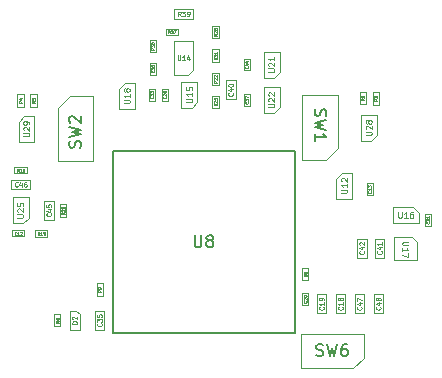
<source format=gbr>
G04 #@! TF.GenerationSoftware,KiCad,Pcbnew,8.0.7*
G04 #@! TF.CreationDate,2025-04-02T23:58:34+11:00*
G04 #@! TF.ProjectId,Ganglion_01,47616e67-6c69-46f6-9e5f-30312e6b6963,01*
G04 #@! TF.SameCoordinates,Original*
G04 #@! TF.FileFunction,AssemblyDrawing,Top*
%FSLAX46Y46*%
G04 Gerber Fmt 4.6, Leading zero omitted, Abs format (unit mm)*
G04 Created by KiCad (PCBNEW 8.0.7) date 2025-04-02 23:58:34*
%MOMM*%
%LPD*%
G01*
G04 APERTURE LIST*
%ADD10C,0.060000*%
%ADD11C,0.040000*%
%ADD12C,0.150000*%
%ADD13C,0.075000*%
%ADD14C,0.100000*%
G04 APERTURE END LIST*
D10*
X137943832Y-57757142D02*
X137962880Y-57776190D01*
X137962880Y-57776190D02*
X137981927Y-57833332D01*
X137981927Y-57833332D02*
X137981927Y-57871428D01*
X137981927Y-57871428D02*
X137962880Y-57928571D01*
X137962880Y-57928571D02*
X137924784Y-57966666D01*
X137924784Y-57966666D02*
X137886689Y-57985713D01*
X137886689Y-57985713D02*
X137810499Y-58004761D01*
X137810499Y-58004761D02*
X137753356Y-58004761D01*
X137753356Y-58004761D02*
X137677165Y-57985713D01*
X137677165Y-57985713D02*
X137639070Y-57966666D01*
X137639070Y-57966666D02*
X137600975Y-57928571D01*
X137600975Y-57928571D02*
X137581927Y-57871428D01*
X137581927Y-57871428D02*
X137581927Y-57833332D01*
X137581927Y-57833332D02*
X137600975Y-57776190D01*
X137600975Y-57776190D02*
X137620022Y-57757142D01*
X137715260Y-57414285D02*
X137981927Y-57414285D01*
X137562880Y-57509523D02*
X137848594Y-57604761D01*
X137848594Y-57604761D02*
X137848594Y-57357142D01*
X137753356Y-57147619D02*
X137734308Y-57185714D01*
X137734308Y-57185714D02*
X137715260Y-57204761D01*
X137715260Y-57204761D02*
X137677165Y-57223809D01*
X137677165Y-57223809D02*
X137658118Y-57223809D01*
X137658118Y-57223809D02*
X137620022Y-57204761D01*
X137620022Y-57204761D02*
X137600975Y-57185714D01*
X137600975Y-57185714D02*
X137581927Y-57147619D01*
X137581927Y-57147619D02*
X137581927Y-57071428D01*
X137581927Y-57071428D02*
X137600975Y-57033333D01*
X137600975Y-57033333D02*
X137620022Y-57014285D01*
X137620022Y-57014285D02*
X137658118Y-56995238D01*
X137658118Y-56995238D02*
X137677165Y-56995238D01*
X137677165Y-56995238D02*
X137715260Y-57014285D01*
X137715260Y-57014285D02*
X137734308Y-57033333D01*
X137734308Y-57033333D02*
X137753356Y-57071428D01*
X137753356Y-57071428D02*
X137753356Y-57147619D01*
X137753356Y-57147619D02*
X137772403Y-57185714D01*
X137772403Y-57185714D02*
X137791451Y-57204761D01*
X137791451Y-57204761D02*
X137829546Y-57223809D01*
X137829546Y-57223809D02*
X137905737Y-57223809D01*
X137905737Y-57223809D02*
X137943832Y-57204761D01*
X137943832Y-57204761D02*
X137962880Y-57185714D01*
X137962880Y-57185714D02*
X137981927Y-57147619D01*
X137981927Y-57147619D02*
X137981927Y-57071428D01*
X137981927Y-57071428D02*
X137962880Y-57033333D01*
X137962880Y-57033333D02*
X137943832Y-57014285D01*
X137943832Y-57014285D02*
X137905737Y-56995238D01*
X137905737Y-56995238D02*
X137829546Y-56995238D01*
X137829546Y-56995238D02*
X137791451Y-57014285D01*
X137791451Y-57014285D02*
X137772403Y-57033333D01*
X137772403Y-57033333D02*
X137753356Y-57071428D01*
X136343832Y-57757142D02*
X136362880Y-57776190D01*
X136362880Y-57776190D02*
X136381927Y-57833332D01*
X136381927Y-57833332D02*
X136381927Y-57871428D01*
X136381927Y-57871428D02*
X136362880Y-57928571D01*
X136362880Y-57928571D02*
X136324784Y-57966666D01*
X136324784Y-57966666D02*
X136286689Y-57985713D01*
X136286689Y-57985713D02*
X136210499Y-58004761D01*
X136210499Y-58004761D02*
X136153356Y-58004761D01*
X136153356Y-58004761D02*
X136077165Y-57985713D01*
X136077165Y-57985713D02*
X136039070Y-57966666D01*
X136039070Y-57966666D02*
X136000975Y-57928571D01*
X136000975Y-57928571D02*
X135981927Y-57871428D01*
X135981927Y-57871428D02*
X135981927Y-57833332D01*
X135981927Y-57833332D02*
X136000975Y-57776190D01*
X136000975Y-57776190D02*
X136020022Y-57757142D01*
X136115260Y-57414285D02*
X136381927Y-57414285D01*
X135962880Y-57509523D02*
X136248594Y-57604761D01*
X136248594Y-57604761D02*
X136248594Y-57357142D01*
X135981927Y-57242857D02*
X135981927Y-56976190D01*
X135981927Y-56976190D02*
X136381927Y-57147619D01*
X134743832Y-57757142D02*
X134762880Y-57776190D01*
X134762880Y-57776190D02*
X134781927Y-57833332D01*
X134781927Y-57833332D02*
X134781927Y-57871428D01*
X134781927Y-57871428D02*
X134762880Y-57928571D01*
X134762880Y-57928571D02*
X134724784Y-57966666D01*
X134724784Y-57966666D02*
X134686689Y-57985713D01*
X134686689Y-57985713D02*
X134610499Y-58004761D01*
X134610499Y-58004761D02*
X134553356Y-58004761D01*
X134553356Y-58004761D02*
X134477165Y-57985713D01*
X134477165Y-57985713D02*
X134439070Y-57966666D01*
X134439070Y-57966666D02*
X134400975Y-57928571D01*
X134400975Y-57928571D02*
X134381927Y-57871428D01*
X134381927Y-57871428D02*
X134381927Y-57833332D01*
X134381927Y-57833332D02*
X134400975Y-57776190D01*
X134400975Y-57776190D02*
X134420022Y-57757142D01*
X134781927Y-57376190D02*
X134781927Y-57604761D01*
X134781927Y-57490475D02*
X134381927Y-57490475D01*
X134381927Y-57490475D02*
X134439070Y-57528571D01*
X134439070Y-57528571D02*
X134477165Y-57566666D01*
X134477165Y-57566666D02*
X134496213Y-57604761D01*
X134553356Y-57147619D02*
X134534308Y-57185714D01*
X134534308Y-57185714D02*
X134515260Y-57204761D01*
X134515260Y-57204761D02*
X134477165Y-57223809D01*
X134477165Y-57223809D02*
X134458118Y-57223809D01*
X134458118Y-57223809D02*
X134420022Y-57204761D01*
X134420022Y-57204761D02*
X134400975Y-57185714D01*
X134400975Y-57185714D02*
X134381927Y-57147619D01*
X134381927Y-57147619D02*
X134381927Y-57071428D01*
X134381927Y-57071428D02*
X134400975Y-57033333D01*
X134400975Y-57033333D02*
X134420022Y-57014285D01*
X134420022Y-57014285D02*
X134458118Y-56995238D01*
X134458118Y-56995238D02*
X134477165Y-56995238D01*
X134477165Y-56995238D02*
X134515260Y-57014285D01*
X134515260Y-57014285D02*
X134534308Y-57033333D01*
X134534308Y-57033333D02*
X134553356Y-57071428D01*
X134553356Y-57071428D02*
X134553356Y-57147619D01*
X134553356Y-57147619D02*
X134572403Y-57185714D01*
X134572403Y-57185714D02*
X134591451Y-57204761D01*
X134591451Y-57204761D02*
X134629546Y-57223809D01*
X134629546Y-57223809D02*
X134705737Y-57223809D01*
X134705737Y-57223809D02*
X134743832Y-57204761D01*
X134743832Y-57204761D02*
X134762880Y-57185714D01*
X134762880Y-57185714D02*
X134781927Y-57147619D01*
X134781927Y-57147619D02*
X134781927Y-57071428D01*
X134781927Y-57071428D02*
X134762880Y-57033333D01*
X134762880Y-57033333D02*
X134743832Y-57014285D01*
X134743832Y-57014285D02*
X134705737Y-56995238D01*
X134705737Y-56995238D02*
X134629546Y-56995238D01*
X134629546Y-56995238D02*
X134591451Y-57014285D01*
X134591451Y-57014285D02*
X134572403Y-57033333D01*
X134572403Y-57033333D02*
X134553356Y-57071428D01*
X133143832Y-57757142D02*
X133162880Y-57776190D01*
X133162880Y-57776190D02*
X133181927Y-57833332D01*
X133181927Y-57833332D02*
X133181927Y-57871428D01*
X133181927Y-57871428D02*
X133162880Y-57928571D01*
X133162880Y-57928571D02*
X133124784Y-57966666D01*
X133124784Y-57966666D02*
X133086689Y-57985713D01*
X133086689Y-57985713D02*
X133010499Y-58004761D01*
X133010499Y-58004761D02*
X132953356Y-58004761D01*
X132953356Y-58004761D02*
X132877165Y-57985713D01*
X132877165Y-57985713D02*
X132839070Y-57966666D01*
X132839070Y-57966666D02*
X132800975Y-57928571D01*
X132800975Y-57928571D02*
X132781927Y-57871428D01*
X132781927Y-57871428D02*
X132781927Y-57833332D01*
X132781927Y-57833332D02*
X132800975Y-57776190D01*
X132800975Y-57776190D02*
X132820022Y-57757142D01*
X133181927Y-57376190D02*
X133181927Y-57604761D01*
X133181927Y-57490475D02*
X132781927Y-57490475D01*
X132781927Y-57490475D02*
X132839070Y-57528571D01*
X132839070Y-57528571D02*
X132877165Y-57566666D01*
X132877165Y-57566666D02*
X132896213Y-57604761D01*
X133181927Y-57185714D02*
X133181927Y-57109523D01*
X133181927Y-57109523D02*
X133162880Y-57071428D01*
X133162880Y-57071428D02*
X133143832Y-57052380D01*
X133143832Y-57052380D02*
X133086689Y-57014285D01*
X133086689Y-57014285D02*
X133010499Y-56995238D01*
X133010499Y-56995238D02*
X132858118Y-56995238D01*
X132858118Y-56995238D02*
X132820022Y-57014285D01*
X132820022Y-57014285D02*
X132800975Y-57033333D01*
X132800975Y-57033333D02*
X132781927Y-57071428D01*
X132781927Y-57071428D02*
X132781927Y-57147619D01*
X132781927Y-57147619D02*
X132800975Y-57185714D01*
X132800975Y-57185714D02*
X132820022Y-57204761D01*
X132820022Y-57204761D02*
X132858118Y-57223809D01*
X132858118Y-57223809D02*
X132953356Y-57223809D01*
X132953356Y-57223809D02*
X132991451Y-57204761D01*
X132991451Y-57204761D02*
X133010499Y-57185714D01*
X133010499Y-57185714D02*
X133029546Y-57147619D01*
X133029546Y-57147619D02*
X133029546Y-57071428D01*
X133029546Y-57071428D02*
X133010499Y-57033333D01*
X133010499Y-57033333D02*
X132991451Y-57014285D01*
X132991451Y-57014285D02*
X132953356Y-56995238D01*
D11*
X131689765Y-57260714D02*
X131701670Y-57272618D01*
X131701670Y-57272618D02*
X131713574Y-57308333D01*
X131713574Y-57308333D02*
X131713574Y-57332142D01*
X131713574Y-57332142D02*
X131701670Y-57367856D01*
X131701670Y-57367856D02*
X131677860Y-57391666D01*
X131677860Y-57391666D02*
X131654050Y-57403571D01*
X131654050Y-57403571D02*
X131606431Y-57415475D01*
X131606431Y-57415475D02*
X131570717Y-57415475D01*
X131570717Y-57415475D02*
X131523098Y-57403571D01*
X131523098Y-57403571D02*
X131499289Y-57391666D01*
X131499289Y-57391666D02*
X131475479Y-57367856D01*
X131475479Y-57367856D02*
X131463574Y-57332142D01*
X131463574Y-57332142D02*
X131463574Y-57308333D01*
X131463574Y-57308333D02*
X131475479Y-57272618D01*
X131475479Y-57272618D02*
X131487384Y-57260714D01*
X131487384Y-57165475D02*
X131475479Y-57153571D01*
X131475479Y-57153571D02*
X131463574Y-57129761D01*
X131463574Y-57129761D02*
X131463574Y-57070237D01*
X131463574Y-57070237D02*
X131475479Y-57046428D01*
X131475479Y-57046428D02*
X131487384Y-57034523D01*
X131487384Y-57034523D02*
X131511193Y-57022618D01*
X131511193Y-57022618D02*
X131535003Y-57022618D01*
X131535003Y-57022618D02*
X131570717Y-57034523D01*
X131570717Y-57034523D02*
X131713574Y-57177380D01*
X131713574Y-57177380D02*
X131713574Y-57022618D01*
X131463574Y-56867857D02*
X131463574Y-56844047D01*
X131463574Y-56844047D02*
X131475479Y-56820238D01*
X131475479Y-56820238D02*
X131487384Y-56808333D01*
X131487384Y-56808333D02*
X131511193Y-56796428D01*
X131511193Y-56796428D02*
X131558812Y-56784523D01*
X131558812Y-56784523D02*
X131618336Y-56784523D01*
X131618336Y-56784523D02*
X131665955Y-56796428D01*
X131665955Y-56796428D02*
X131689765Y-56808333D01*
X131689765Y-56808333D02*
X131701670Y-56820238D01*
X131701670Y-56820238D02*
X131713574Y-56844047D01*
X131713574Y-56844047D02*
X131713574Y-56867857D01*
X131713574Y-56867857D02*
X131701670Y-56891666D01*
X131701670Y-56891666D02*
X131689765Y-56903571D01*
X131689765Y-56903571D02*
X131665955Y-56915476D01*
X131665955Y-56915476D02*
X131618336Y-56927380D01*
X131618336Y-56927380D02*
X131558812Y-56927380D01*
X131558812Y-56927380D02*
X131511193Y-56915476D01*
X131511193Y-56915476D02*
X131487384Y-56903571D01*
X131487384Y-56903571D02*
X131475479Y-56891666D01*
X131475479Y-56891666D02*
X131463574Y-56867857D01*
X119789765Y-39960714D02*
X119801670Y-39972618D01*
X119801670Y-39972618D02*
X119813574Y-40008333D01*
X119813574Y-40008333D02*
X119813574Y-40032142D01*
X119813574Y-40032142D02*
X119801670Y-40067856D01*
X119801670Y-40067856D02*
X119777860Y-40091666D01*
X119777860Y-40091666D02*
X119754050Y-40103571D01*
X119754050Y-40103571D02*
X119706431Y-40115475D01*
X119706431Y-40115475D02*
X119670717Y-40115475D01*
X119670717Y-40115475D02*
X119623098Y-40103571D01*
X119623098Y-40103571D02*
X119599289Y-40091666D01*
X119599289Y-40091666D02*
X119575479Y-40067856D01*
X119575479Y-40067856D02*
X119563574Y-40032142D01*
X119563574Y-40032142D02*
X119563574Y-40008333D01*
X119563574Y-40008333D02*
X119575479Y-39972618D01*
X119575479Y-39972618D02*
X119587384Y-39960714D01*
X119587384Y-39865475D02*
X119575479Y-39853571D01*
X119575479Y-39853571D02*
X119563574Y-39829761D01*
X119563574Y-39829761D02*
X119563574Y-39770237D01*
X119563574Y-39770237D02*
X119575479Y-39746428D01*
X119575479Y-39746428D02*
X119587384Y-39734523D01*
X119587384Y-39734523D02*
X119611193Y-39722618D01*
X119611193Y-39722618D02*
X119635003Y-39722618D01*
X119635003Y-39722618D02*
X119670717Y-39734523D01*
X119670717Y-39734523D02*
X119813574Y-39877380D01*
X119813574Y-39877380D02*
X119813574Y-39722618D01*
X119670717Y-39579761D02*
X119658812Y-39603571D01*
X119658812Y-39603571D02*
X119646908Y-39615476D01*
X119646908Y-39615476D02*
X119623098Y-39627380D01*
X119623098Y-39627380D02*
X119611193Y-39627380D01*
X119611193Y-39627380D02*
X119587384Y-39615476D01*
X119587384Y-39615476D02*
X119575479Y-39603571D01*
X119575479Y-39603571D02*
X119563574Y-39579761D01*
X119563574Y-39579761D02*
X119563574Y-39532142D01*
X119563574Y-39532142D02*
X119575479Y-39508333D01*
X119575479Y-39508333D02*
X119587384Y-39496428D01*
X119587384Y-39496428D02*
X119611193Y-39484523D01*
X119611193Y-39484523D02*
X119623098Y-39484523D01*
X119623098Y-39484523D02*
X119646908Y-39496428D01*
X119646908Y-39496428D02*
X119658812Y-39508333D01*
X119658812Y-39508333D02*
X119670717Y-39532142D01*
X119670717Y-39532142D02*
X119670717Y-39579761D01*
X119670717Y-39579761D02*
X119682622Y-39603571D01*
X119682622Y-39603571D02*
X119694527Y-39615476D01*
X119694527Y-39615476D02*
X119718336Y-39627380D01*
X119718336Y-39627380D02*
X119765955Y-39627380D01*
X119765955Y-39627380D02*
X119789765Y-39615476D01*
X119789765Y-39615476D02*
X119801670Y-39603571D01*
X119801670Y-39603571D02*
X119813574Y-39579761D01*
X119813574Y-39579761D02*
X119813574Y-39532142D01*
X119813574Y-39532142D02*
X119801670Y-39508333D01*
X119801670Y-39508333D02*
X119789765Y-39496428D01*
X119789765Y-39496428D02*
X119765955Y-39484523D01*
X119765955Y-39484523D02*
X119718336Y-39484523D01*
X119718336Y-39484523D02*
X119694527Y-39496428D01*
X119694527Y-39496428D02*
X119682622Y-39508333D01*
X119682622Y-39508333D02*
X119670717Y-39532142D01*
X118789765Y-37760714D02*
X118801670Y-37772618D01*
X118801670Y-37772618D02*
X118813574Y-37808333D01*
X118813574Y-37808333D02*
X118813574Y-37832142D01*
X118813574Y-37832142D02*
X118801670Y-37867856D01*
X118801670Y-37867856D02*
X118777860Y-37891666D01*
X118777860Y-37891666D02*
X118754050Y-37903571D01*
X118754050Y-37903571D02*
X118706431Y-37915475D01*
X118706431Y-37915475D02*
X118670717Y-37915475D01*
X118670717Y-37915475D02*
X118623098Y-37903571D01*
X118623098Y-37903571D02*
X118599289Y-37891666D01*
X118599289Y-37891666D02*
X118575479Y-37867856D01*
X118575479Y-37867856D02*
X118563574Y-37832142D01*
X118563574Y-37832142D02*
X118563574Y-37808333D01*
X118563574Y-37808333D02*
X118575479Y-37772618D01*
X118575479Y-37772618D02*
X118587384Y-37760714D01*
X118563574Y-37677380D02*
X118563574Y-37522618D01*
X118563574Y-37522618D02*
X118658812Y-37605952D01*
X118658812Y-37605952D02*
X118658812Y-37570237D01*
X118658812Y-37570237D02*
X118670717Y-37546428D01*
X118670717Y-37546428D02*
X118682622Y-37534523D01*
X118682622Y-37534523D02*
X118706431Y-37522618D01*
X118706431Y-37522618D02*
X118765955Y-37522618D01*
X118765955Y-37522618D02*
X118789765Y-37534523D01*
X118789765Y-37534523D02*
X118801670Y-37546428D01*
X118801670Y-37546428D02*
X118813574Y-37570237D01*
X118813574Y-37570237D02*
X118813574Y-37641666D01*
X118813574Y-37641666D02*
X118801670Y-37665475D01*
X118801670Y-37665475D02*
X118789765Y-37677380D01*
X118563574Y-37367857D02*
X118563574Y-37344047D01*
X118563574Y-37344047D02*
X118575479Y-37320238D01*
X118575479Y-37320238D02*
X118587384Y-37308333D01*
X118587384Y-37308333D02*
X118611193Y-37296428D01*
X118611193Y-37296428D02*
X118658812Y-37284523D01*
X118658812Y-37284523D02*
X118718336Y-37284523D01*
X118718336Y-37284523D02*
X118765955Y-37296428D01*
X118765955Y-37296428D02*
X118789765Y-37308333D01*
X118789765Y-37308333D02*
X118801670Y-37320238D01*
X118801670Y-37320238D02*
X118813574Y-37344047D01*
X118813574Y-37344047D02*
X118813574Y-37367857D01*
X118813574Y-37367857D02*
X118801670Y-37391666D01*
X118801670Y-37391666D02*
X118789765Y-37403571D01*
X118789765Y-37403571D02*
X118765955Y-37415476D01*
X118765955Y-37415476D02*
X118718336Y-37427380D01*
X118718336Y-37427380D02*
X118658812Y-37427380D01*
X118658812Y-37427380D02*
X118611193Y-37415476D01*
X118611193Y-37415476D02*
X118587384Y-37403571D01*
X118587384Y-37403571D02*
X118575479Y-37391666D01*
X118575479Y-37391666D02*
X118563574Y-37367857D01*
X142089765Y-50560714D02*
X142101670Y-50572618D01*
X142101670Y-50572618D02*
X142113574Y-50608333D01*
X142113574Y-50608333D02*
X142113574Y-50632142D01*
X142113574Y-50632142D02*
X142101670Y-50667856D01*
X142101670Y-50667856D02*
X142077860Y-50691666D01*
X142077860Y-50691666D02*
X142054050Y-50703571D01*
X142054050Y-50703571D02*
X142006431Y-50715475D01*
X142006431Y-50715475D02*
X141970717Y-50715475D01*
X141970717Y-50715475D02*
X141923098Y-50703571D01*
X141923098Y-50703571D02*
X141899289Y-50691666D01*
X141899289Y-50691666D02*
X141875479Y-50667856D01*
X141875479Y-50667856D02*
X141863574Y-50632142D01*
X141863574Y-50632142D02*
X141863574Y-50608333D01*
X141863574Y-50608333D02*
X141875479Y-50572618D01*
X141875479Y-50572618D02*
X141887384Y-50560714D01*
X141863574Y-50477380D02*
X141863574Y-50322618D01*
X141863574Y-50322618D02*
X141958812Y-50405952D01*
X141958812Y-50405952D02*
X141958812Y-50370237D01*
X141958812Y-50370237D02*
X141970717Y-50346428D01*
X141970717Y-50346428D02*
X141982622Y-50334523D01*
X141982622Y-50334523D02*
X142006431Y-50322618D01*
X142006431Y-50322618D02*
X142065955Y-50322618D01*
X142065955Y-50322618D02*
X142089765Y-50334523D01*
X142089765Y-50334523D02*
X142101670Y-50346428D01*
X142101670Y-50346428D02*
X142113574Y-50370237D01*
X142113574Y-50370237D02*
X142113574Y-50441666D01*
X142113574Y-50441666D02*
X142101670Y-50465475D01*
X142101670Y-50465475D02*
X142089765Y-50477380D01*
X142113574Y-50084523D02*
X142113574Y-50227380D01*
X142113574Y-50155952D02*
X141863574Y-50155952D01*
X141863574Y-50155952D02*
X141899289Y-50179761D01*
X141899289Y-50179761D02*
X141923098Y-50203571D01*
X141923098Y-50203571D02*
X141935003Y-50227380D01*
D10*
X125443832Y-39657142D02*
X125462880Y-39676190D01*
X125462880Y-39676190D02*
X125481927Y-39733332D01*
X125481927Y-39733332D02*
X125481927Y-39771428D01*
X125481927Y-39771428D02*
X125462880Y-39828571D01*
X125462880Y-39828571D02*
X125424784Y-39866666D01*
X125424784Y-39866666D02*
X125386689Y-39885713D01*
X125386689Y-39885713D02*
X125310499Y-39904761D01*
X125310499Y-39904761D02*
X125253356Y-39904761D01*
X125253356Y-39904761D02*
X125177165Y-39885713D01*
X125177165Y-39885713D02*
X125139070Y-39866666D01*
X125139070Y-39866666D02*
X125100975Y-39828571D01*
X125100975Y-39828571D02*
X125081927Y-39771428D01*
X125081927Y-39771428D02*
X125081927Y-39733332D01*
X125081927Y-39733332D02*
X125100975Y-39676190D01*
X125100975Y-39676190D02*
X125120022Y-39657142D01*
X125215260Y-39314285D02*
X125481927Y-39314285D01*
X125062880Y-39409523D02*
X125348594Y-39504761D01*
X125348594Y-39504761D02*
X125348594Y-39257142D01*
X125081927Y-39028571D02*
X125081927Y-38990476D01*
X125081927Y-38990476D02*
X125100975Y-38952380D01*
X125100975Y-38952380D02*
X125120022Y-38933333D01*
X125120022Y-38933333D02*
X125158118Y-38914285D01*
X125158118Y-38914285D02*
X125234308Y-38895238D01*
X125234308Y-38895238D02*
X125329546Y-38895238D01*
X125329546Y-38895238D02*
X125405737Y-38914285D01*
X125405737Y-38914285D02*
X125443832Y-38933333D01*
X125443832Y-38933333D02*
X125462880Y-38952380D01*
X125462880Y-38952380D02*
X125481927Y-38990476D01*
X125481927Y-38990476D02*
X125481927Y-39028571D01*
X125481927Y-39028571D02*
X125462880Y-39066666D01*
X125462880Y-39066666D02*
X125443832Y-39085714D01*
X125443832Y-39085714D02*
X125405737Y-39104761D01*
X125405737Y-39104761D02*
X125329546Y-39123809D01*
X125329546Y-39123809D02*
X125234308Y-39123809D01*
X125234308Y-39123809D02*
X125158118Y-39104761D01*
X125158118Y-39104761D02*
X125120022Y-39085714D01*
X125120022Y-39085714D02*
X125100975Y-39066666D01*
X125100975Y-39066666D02*
X125081927Y-39028571D01*
X138042432Y-53057142D02*
X138061480Y-53076190D01*
X138061480Y-53076190D02*
X138080527Y-53133332D01*
X138080527Y-53133332D02*
X138080527Y-53171428D01*
X138080527Y-53171428D02*
X138061480Y-53228571D01*
X138061480Y-53228571D02*
X138023384Y-53266666D01*
X138023384Y-53266666D02*
X137985289Y-53285713D01*
X137985289Y-53285713D02*
X137909099Y-53304761D01*
X137909099Y-53304761D02*
X137851956Y-53304761D01*
X137851956Y-53304761D02*
X137775765Y-53285713D01*
X137775765Y-53285713D02*
X137737670Y-53266666D01*
X137737670Y-53266666D02*
X137699575Y-53228571D01*
X137699575Y-53228571D02*
X137680527Y-53171428D01*
X137680527Y-53171428D02*
X137680527Y-53133332D01*
X137680527Y-53133332D02*
X137699575Y-53076190D01*
X137699575Y-53076190D02*
X137718622Y-53057142D01*
X137813860Y-52714285D02*
X138080527Y-52714285D01*
X137661480Y-52809523D02*
X137947194Y-52904761D01*
X137947194Y-52904761D02*
X137947194Y-52657142D01*
X138080527Y-52295238D02*
X138080527Y-52523809D01*
X138080527Y-52409523D02*
X137680527Y-52409523D01*
X137680527Y-52409523D02*
X137737670Y-52447619D01*
X137737670Y-52447619D02*
X137775765Y-52485714D01*
X137775765Y-52485714D02*
X137794813Y-52523809D01*
X136543832Y-53057142D02*
X136562880Y-53076190D01*
X136562880Y-53076190D02*
X136581927Y-53133332D01*
X136581927Y-53133332D02*
X136581927Y-53171428D01*
X136581927Y-53171428D02*
X136562880Y-53228571D01*
X136562880Y-53228571D02*
X136524784Y-53266666D01*
X136524784Y-53266666D02*
X136486689Y-53285713D01*
X136486689Y-53285713D02*
X136410499Y-53304761D01*
X136410499Y-53304761D02*
X136353356Y-53304761D01*
X136353356Y-53304761D02*
X136277165Y-53285713D01*
X136277165Y-53285713D02*
X136239070Y-53266666D01*
X136239070Y-53266666D02*
X136200975Y-53228571D01*
X136200975Y-53228571D02*
X136181927Y-53171428D01*
X136181927Y-53171428D02*
X136181927Y-53133332D01*
X136181927Y-53133332D02*
X136200975Y-53076190D01*
X136200975Y-53076190D02*
X136220022Y-53057142D01*
X136315260Y-52714285D02*
X136581927Y-52714285D01*
X136162880Y-52809523D02*
X136448594Y-52904761D01*
X136448594Y-52904761D02*
X136448594Y-52657142D01*
X136220022Y-52523809D02*
X136200975Y-52504761D01*
X136200975Y-52504761D02*
X136181927Y-52466666D01*
X136181927Y-52466666D02*
X136181927Y-52371428D01*
X136181927Y-52371428D02*
X136200975Y-52333333D01*
X136200975Y-52333333D02*
X136220022Y-52314285D01*
X136220022Y-52314285D02*
X136258118Y-52295238D01*
X136258118Y-52295238D02*
X136296213Y-52295238D01*
X136296213Y-52295238D02*
X136353356Y-52314285D01*
X136353356Y-52314285D02*
X136581927Y-52542857D01*
X136581927Y-52542857D02*
X136581927Y-52295238D01*
D11*
X136618200Y-40143332D02*
X136494391Y-40229999D01*
X136618200Y-40291904D02*
X136358200Y-40291904D01*
X136358200Y-40291904D02*
X136358200Y-40192856D01*
X136358200Y-40192856D02*
X136370581Y-40168094D01*
X136370581Y-40168094D02*
X136382962Y-40155713D01*
X136382962Y-40155713D02*
X136407724Y-40143332D01*
X136407724Y-40143332D02*
X136444867Y-40143332D01*
X136444867Y-40143332D02*
X136469629Y-40155713D01*
X136469629Y-40155713D02*
X136482010Y-40168094D01*
X136482010Y-40168094D02*
X136494391Y-40192856D01*
X136494391Y-40192856D02*
X136494391Y-40291904D01*
X136382962Y-40044285D02*
X136370581Y-40031904D01*
X136370581Y-40031904D02*
X136358200Y-40007142D01*
X136358200Y-40007142D02*
X136358200Y-39945237D01*
X136358200Y-39945237D02*
X136370581Y-39920475D01*
X136370581Y-39920475D02*
X136382962Y-39908094D01*
X136382962Y-39908094D02*
X136407724Y-39895713D01*
X136407724Y-39895713D02*
X136432486Y-39895713D01*
X136432486Y-39895713D02*
X136469629Y-39908094D01*
X136469629Y-39908094D02*
X136618200Y-40056666D01*
X136618200Y-40056666D02*
X136618200Y-39895713D01*
X137718200Y-40153332D02*
X137594391Y-40239999D01*
X137718200Y-40301904D02*
X137458200Y-40301904D01*
X137458200Y-40301904D02*
X137458200Y-40202856D01*
X137458200Y-40202856D02*
X137470581Y-40178094D01*
X137470581Y-40178094D02*
X137482962Y-40165713D01*
X137482962Y-40165713D02*
X137507724Y-40153332D01*
X137507724Y-40153332D02*
X137544867Y-40153332D01*
X137544867Y-40153332D02*
X137569629Y-40165713D01*
X137569629Y-40165713D02*
X137582010Y-40178094D01*
X137582010Y-40178094D02*
X137594391Y-40202856D01*
X137594391Y-40202856D02*
X137594391Y-40301904D01*
X137458200Y-40066666D02*
X137458200Y-39905713D01*
X137458200Y-39905713D02*
X137557248Y-39992380D01*
X137557248Y-39992380D02*
X137557248Y-39955237D01*
X137557248Y-39955237D02*
X137569629Y-39930475D01*
X137569629Y-39930475D02*
X137582010Y-39918094D01*
X137582010Y-39918094D02*
X137606772Y-39905713D01*
X137606772Y-39905713D02*
X137668677Y-39905713D01*
X137668677Y-39905713D02*
X137693439Y-39918094D01*
X137693439Y-39918094D02*
X137705820Y-39930475D01*
X137705820Y-39930475D02*
X137718200Y-39955237D01*
X137718200Y-39955237D02*
X137718200Y-40029523D01*
X137718200Y-40029523D02*
X137705820Y-40054285D01*
X137705820Y-40054285D02*
X137693439Y-40066666D01*
X107618200Y-40343332D02*
X107494391Y-40429999D01*
X107618200Y-40491904D02*
X107358200Y-40491904D01*
X107358200Y-40491904D02*
X107358200Y-40392856D01*
X107358200Y-40392856D02*
X107370581Y-40368094D01*
X107370581Y-40368094D02*
X107382962Y-40355713D01*
X107382962Y-40355713D02*
X107407724Y-40343332D01*
X107407724Y-40343332D02*
X107444867Y-40343332D01*
X107444867Y-40343332D02*
X107469629Y-40355713D01*
X107469629Y-40355713D02*
X107482010Y-40368094D01*
X107482010Y-40368094D02*
X107494391Y-40392856D01*
X107494391Y-40392856D02*
X107494391Y-40491904D01*
X107444867Y-40120475D02*
X107618200Y-40120475D01*
X107345820Y-40182380D02*
X107531534Y-40244285D01*
X107531534Y-40244285D02*
X107531534Y-40083332D01*
X108718200Y-40343332D02*
X108594391Y-40429999D01*
X108718200Y-40491904D02*
X108458200Y-40491904D01*
X108458200Y-40491904D02*
X108458200Y-40392856D01*
X108458200Y-40392856D02*
X108470581Y-40368094D01*
X108470581Y-40368094D02*
X108482962Y-40355713D01*
X108482962Y-40355713D02*
X108507724Y-40343332D01*
X108507724Y-40343332D02*
X108544867Y-40343332D01*
X108544867Y-40343332D02*
X108569629Y-40355713D01*
X108569629Y-40355713D02*
X108582010Y-40368094D01*
X108582010Y-40368094D02*
X108594391Y-40392856D01*
X108594391Y-40392856D02*
X108594391Y-40491904D01*
X108458200Y-40108094D02*
X108458200Y-40231904D01*
X108458200Y-40231904D02*
X108582010Y-40244285D01*
X108582010Y-40244285D02*
X108569629Y-40231904D01*
X108569629Y-40231904D02*
X108557248Y-40207142D01*
X108557248Y-40207142D02*
X108557248Y-40145237D01*
X108557248Y-40145237D02*
X108569629Y-40120475D01*
X108569629Y-40120475D02*
X108582010Y-40108094D01*
X108582010Y-40108094D02*
X108606772Y-40095713D01*
X108606772Y-40095713D02*
X108668677Y-40095713D01*
X108668677Y-40095713D02*
X108693439Y-40108094D01*
X108693439Y-40108094D02*
X108705820Y-40120475D01*
X108705820Y-40120475D02*
X108718200Y-40145237D01*
X108718200Y-40145237D02*
X108718200Y-40207142D01*
X108718200Y-40207142D02*
X108705820Y-40231904D01*
X108705820Y-40231904D02*
X108693439Y-40244285D01*
X120132857Y-34618200D02*
X120046190Y-34494391D01*
X119984285Y-34618200D02*
X119984285Y-34358200D01*
X119984285Y-34358200D02*
X120083333Y-34358200D01*
X120083333Y-34358200D02*
X120108095Y-34370581D01*
X120108095Y-34370581D02*
X120120476Y-34382962D01*
X120120476Y-34382962D02*
X120132857Y-34407724D01*
X120132857Y-34407724D02*
X120132857Y-34444867D01*
X120132857Y-34444867D02*
X120120476Y-34469629D01*
X120120476Y-34469629D02*
X120108095Y-34482010D01*
X120108095Y-34482010D02*
X120083333Y-34494391D01*
X120083333Y-34494391D02*
X119984285Y-34494391D01*
X120231904Y-34382962D02*
X120244285Y-34370581D01*
X120244285Y-34370581D02*
X120269047Y-34358200D01*
X120269047Y-34358200D02*
X120330952Y-34358200D01*
X120330952Y-34358200D02*
X120355714Y-34370581D01*
X120355714Y-34370581D02*
X120368095Y-34382962D01*
X120368095Y-34382962D02*
X120380476Y-34407724D01*
X120380476Y-34407724D02*
X120380476Y-34432486D01*
X120380476Y-34432486D02*
X120368095Y-34469629D01*
X120368095Y-34469629D02*
X120219523Y-34618200D01*
X120219523Y-34618200D02*
X120380476Y-34618200D01*
X120467142Y-34358200D02*
X120640476Y-34358200D01*
X120640476Y-34358200D02*
X120529047Y-34618200D01*
X124118200Y-34667142D02*
X123994391Y-34753809D01*
X124118200Y-34815714D02*
X123858200Y-34815714D01*
X123858200Y-34815714D02*
X123858200Y-34716666D01*
X123858200Y-34716666D02*
X123870581Y-34691904D01*
X123870581Y-34691904D02*
X123882962Y-34679523D01*
X123882962Y-34679523D02*
X123907724Y-34667142D01*
X123907724Y-34667142D02*
X123944867Y-34667142D01*
X123944867Y-34667142D02*
X123969629Y-34679523D01*
X123969629Y-34679523D02*
X123982010Y-34691904D01*
X123982010Y-34691904D02*
X123994391Y-34716666D01*
X123994391Y-34716666D02*
X123994391Y-34815714D01*
X123882962Y-34568095D02*
X123870581Y-34555714D01*
X123870581Y-34555714D02*
X123858200Y-34530952D01*
X123858200Y-34530952D02*
X123858200Y-34469047D01*
X123858200Y-34469047D02*
X123870581Y-34444285D01*
X123870581Y-34444285D02*
X123882962Y-34431904D01*
X123882962Y-34431904D02*
X123907724Y-34419523D01*
X123907724Y-34419523D02*
X123932486Y-34419523D01*
X123932486Y-34419523D02*
X123969629Y-34431904D01*
X123969629Y-34431904D02*
X124118200Y-34580476D01*
X124118200Y-34580476D02*
X124118200Y-34419523D01*
X123969629Y-34270952D02*
X123957248Y-34295714D01*
X123957248Y-34295714D02*
X123944867Y-34308095D01*
X123944867Y-34308095D02*
X123920105Y-34320476D01*
X123920105Y-34320476D02*
X123907724Y-34320476D01*
X123907724Y-34320476D02*
X123882962Y-34308095D01*
X123882962Y-34308095D02*
X123870581Y-34295714D01*
X123870581Y-34295714D02*
X123858200Y-34270952D01*
X123858200Y-34270952D02*
X123858200Y-34221428D01*
X123858200Y-34221428D02*
X123870581Y-34196666D01*
X123870581Y-34196666D02*
X123882962Y-34184285D01*
X123882962Y-34184285D02*
X123907724Y-34171904D01*
X123907724Y-34171904D02*
X123920105Y-34171904D01*
X123920105Y-34171904D02*
X123944867Y-34184285D01*
X123944867Y-34184285D02*
X123957248Y-34196666D01*
X123957248Y-34196666D02*
X123969629Y-34221428D01*
X123969629Y-34221428D02*
X123969629Y-34270952D01*
X123969629Y-34270952D02*
X123982010Y-34295714D01*
X123982010Y-34295714D02*
X123994391Y-34308095D01*
X123994391Y-34308095D02*
X124019153Y-34320476D01*
X124019153Y-34320476D02*
X124068677Y-34320476D01*
X124068677Y-34320476D02*
X124093439Y-34308095D01*
X124093439Y-34308095D02*
X124105820Y-34295714D01*
X124105820Y-34295714D02*
X124118200Y-34270952D01*
X124118200Y-34270952D02*
X124118200Y-34221428D01*
X124118200Y-34221428D02*
X124105820Y-34196666D01*
X124105820Y-34196666D02*
X124093439Y-34184285D01*
X124093439Y-34184285D02*
X124068677Y-34171904D01*
X124068677Y-34171904D02*
X124019153Y-34171904D01*
X124019153Y-34171904D02*
X123994391Y-34184285D01*
X123994391Y-34184285D02*
X123982010Y-34196666D01*
X123982010Y-34196666D02*
X123969629Y-34221428D01*
D10*
X121042857Y-33159427D02*
X120909524Y-32968951D01*
X120814286Y-33159427D02*
X120814286Y-32759427D01*
X120814286Y-32759427D02*
X120966667Y-32759427D01*
X120966667Y-32759427D02*
X121004762Y-32778475D01*
X121004762Y-32778475D02*
X121023809Y-32797522D01*
X121023809Y-32797522D02*
X121042857Y-32835618D01*
X121042857Y-32835618D02*
X121042857Y-32892760D01*
X121042857Y-32892760D02*
X121023809Y-32930856D01*
X121023809Y-32930856D02*
X121004762Y-32949903D01*
X121004762Y-32949903D02*
X120966667Y-32968951D01*
X120966667Y-32968951D02*
X120814286Y-32968951D01*
X121176190Y-32759427D02*
X121423809Y-32759427D01*
X121423809Y-32759427D02*
X121290476Y-32911808D01*
X121290476Y-32911808D02*
X121347619Y-32911808D01*
X121347619Y-32911808D02*
X121385714Y-32930856D01*
X121385714Y-32930856D02*
X121404762Y-32949903D01*
X121404762Y-32949903D02*
X121423809Y-32987999D01*
X121423809Y-32987999D02*
X121423809Y-33083237D01*
X121423809Y-33083237D02*
X121404762Y-33121332D01*
X121404762Y-33121332D02*
X121385714Y-33140380D01*
X121385714Y-33140380D02*
X121347619Y-33159427D01*
X121347619Y-33159427D02*
X121233333Y-33159427D01*
X121233333Y-33159427D02*
X121195238Y-33140380D01*
X121195238Y-33140380D02*
X121176190Y-33121332D01*
X121614285Y-33159427D02*
X121690476Y-33159427D01*
X121690476Y-33159427D02*
X121728571Y-33140380D01*
X121728571Y-33140380D02*
X121747619Y-33121332D01*
X121747619Y-33121332D02*
X121785714Y-33064189D01*
X121785714Y-33064189D02*
X121804761Y-32987999D01*
X121804761Y-32987999D02*
X121804761Y-32835618D01*
X121804761Y-32835618D02*
X121785714Y-32797522D01*
X121785714Y-32797522D02*
X121766666Y-32778475D01*
X121766666Y-32778475D02*
X121728571Y-32759427D01*
X121728571Y-32759427D02*
X121652380Y-32759427D01*
X121652380Y-32759427D02*
X121614285Y-32778475D01*
X121614285Y-32778475D02*
X121595238Y-32797522D01*
X121595238Y-32797522D02*
X121576190Y-32835618D01*
X121576190Y-32835618D02*
X121576190Y-32930856D01*
X121576190Y-32930856D02*
X121595238Y-32968951D01*
X121595238Y-32968951D02*
X121614285Y-32987999D01*
X121614285Y-32987999D02*
X121652380Y-33007046D01*
X121652380Y-33007046D02*
X121728571Y-33007046D01*
X121728571Y-33007046D02*
X121766666Y-32987999D01*
X121766666Y-32987999D02*
X121785714Y-32968951D01*
X121785714Y-32968951D02*
X121804761Y-32930856D01*
D12*
X132442800Y-41016667D02*
X132395180Y-41159524D01*
X132395180Y-41159524D02*
X132395180Y-41397619D01*
X132395180Y-41397619D02*
X132442800Y-41492857D01*
X132442800Y-41492857D02*
X132490419Y-41540476D01*
X132490419Y-41540476D02*
X132585657Y-41588095D01*
X132585657Y-41588095D02*
X132680895Y-41588095D01*
X132680895Y-41588095D02*
X132776133Y-41540476D01*
X132776133Y-41540476D02*
X132823752Y-41492857D01*
X132823752Y-41492857D02*
X132871371Y-41397619D01*
X132871371Y-41397619D02*
X132918990Y-41207143D01*
X132918990Y-41207143D02*
X132966609Y-41111905D01*
X132966609Y-41111905D02*
X133014228Y-41064286D01*
X133014228Y-41064286D02*
X133109466Y-41016667D01*
X133109466Y-41016667D02*
X133204704Y-41016667D01*
X133204704Y-41016667D02*
X133299942Y-41064286D01*
X133299942Y-41064286D02*
X133347561Y-41111905D01*
X133347561Y-41111905D02*
X133395180Y-41207143D01*
X133395180Y-41207143D02*
X133395180Y-41445238D01*
X133395180Y-41445238D02*
X133347561Y-41588095D01*
X133395180Y-41921429D02*
X132395180Y-42159524D01*
X132395180Y-42159524D02*
X133109466Y-42350000D01*
X133109466Y-42350000D02*
X132395180Y-42540476D01*
X132395180Y-42540476D02*
X133395180Y-42778572D01*
X132395180Y-43683333D02*
X132395180Y-43111905D01*
X132395180Y-43397619D02*
X133395180Y-43397619D01*
X133395180Y-43397619D02*
X133252323Y-43302381D01*
X133252323Y-43302381D02*
X133157085Y-43207143D01*
X133157085Y-43207143D02*
X133109466Y-43111905D01*
X112557200Y-44283332D02*
X112604819Y-44140475D01*
X112604819Y-44140475D02*
X112604819Y-43902380D01*
X112604819Y-43902380D02*
X112557200Y-43807142D01*
X112557200Y-43807142D02*
X112509580Y-43759523D01*
X112509580Y-43759523D02*
X112414342Y-43711904D01*
X112414342Y-43711904D02*
X112319104Y-43711904D01*
X112319104Y-43711904D02*
X112223866Y-43759523D01*
X112223866Y-43759523D02*
X112176247Y-43807142D01*
X112176247Y-43807142D02*
X112128628Y-43902380D01*
X112128628Y-43902380D02*
X112081009Y-44092856D01*
X112081009Y-44092856D02*
X112033390Y-44188094D01*
X112033390Y-44188094D02*
X111985771Y-44235713D01*
X111985771Y-44235713D02*
X111890533Y-44283332D01*
X111890533Y-44283332D02*
X111795295Y-44283332D01*
X111795295Y-44283332D02*
X111700057Y-44235713D01*
X111700057Y-44235713D02*
X111652438Y-44188094D01*
X111652438Y-44188094D02*
X111604819Y-44092856D01*
X111604819Y-44092856D02*
X111604819Y-43854761D01*
X111604819Y-43854761D02*
X111652438Y-43711904D01*
X111604819Y-43378570D02*
X112604819Y-43140475D01*
X112604819Y-43140475D02*
X111890533Y-42949999D01*
X111890533Y-42949999D02*
X112604819Y-42759523D01*
X112604819Y-42759523D02*
X111604819Y-42521428D01*
X111700057Y-42188094D02*
X111652438Y-42140475D01*
X111652438Y-42140475D02*
X111604819Y-42045237D01*
X111604819Y-42045237D02*
X111604819Y-41807142D01*
X111604819Y-41807142D02*
X111652438Y-41711904D01*
X111652438Y-41711904D02*
X111700057Y-41664285D01*
X111700057Y-41664285D02*
X111795295Y-41616666D01*
X111795295Y-41616666D02*
X111890533Y-41616666D01*
X111890533Y-41616666D02*
X112033390Y-41664285D01*
X112033390Y-41664285D02*
X112604819Y-42235713D01*
X112604819Y-42235713D02*
X112604819Y-41616666D01*
D13*
X134627409Y-48119047D02*
X135032171Y-48119047D01*
X135032171Y-48119047D02*
X135079790Y-48095237D01*
X135079790Y-48095237D02*
X135103600Y-48071428D01*
X135103600Y-48071428D02*
X135127409Y-48023809D01*
X135127409Y-48023809D02*
X135127409Y-47928571D01*
X135127409Y-47928571D02*
X135103600Y-47880952D01*
X135103600Y-47880952D02*
X135079790Y-47857142D01*
X135079790Y-47857142D02*
X135032171Y-47833333D01*
X135032171Y-47833333D02*
X134627409Y-47833333D01*
X135127409Y-47333332D02*
X135127409Y-47619046D01*
X135127409Y-47476189D02*
X134627409Y-47476189D01*
X134627409Y-47476189D02*
X134698838Y-47523808D01*
X134698838Y-47523808D02*
X134746457Y-47571427D01*
X134746457Y-47571427D02*
X134770266Y-47619046D01*
X134675028Y-47142856D02*
X134651219Y-47119047D01*
X134651219Y-47119047D02*
X134627409Y-47071428D01*
X134627409Y-47071428D02*
X134627409Y-46952380D01*
X134627409Y-46952380D02*
X134651219Y-46904761D01*
X134651219Y-46904761D02*
X134675028Y-46880952D01*
X134675028Y-46880952D02*
X134722647Y-46857142D01*
X134722647Y-46857142D02*
X134770266Y-46857142D01*
X134770266Y-46857142D02*
X134841695Y-46880952D01*
X134841695Y-46880952D02*
X135127409Y-47166666D01*
X135127409Y-47166666D02*
X135127409Y-46857142D01*
D10*
X120804762Y-36481927D02*
X120804762Y-36805737D01*
X120804762Y-36805737D02*
X120823809Y-36843832D01*
X120823809Y-36843832D02*
X120842857Y-36862880D01*
X120842857Y-36862880D02*
X120880952Y-36881927D01*
X120880952Y-36881927D02*
X120957143Y-36881927D01*
X120957143Y-36881927D02*
X120995238Y-36862880D01*
X120995238Y-36862880D02*
X121014285Y-36843832D01*
X121014285Y-36843832D02*
X121033333Y-36805737D01*
X121033333Y-36805737D02*
X121033333Y-36481927D01*
X121433333Y-36881927D02*
X121204762Y-36881927D01*
X121319048Y-36881927D02*
X121319048Y-36481927D01*
X121319048Y-36481927D02*
X121280952Y-36539070D01*
X121280952Y-36539070D02*
X121242857Y-36577165D01*
X121242857Y-36577165D02*
X121204762Y-36596213D01*
X121776190Y-36615260D02*
X121776190Y-36881927D01*
X121680952Y-36462880D02*
X121585714Y-36748594D01*
X121585714Y-36748594D02*
X121833333Y-36748594D01*
D13*
X139480952Y-49727409D02*
X139480952Y-50132171D01*
X139480952Y-50132171D02*
X139504762Y-50179790D01*
X139504762Y-50179790D02*
X139528571Y-50203600D01*
X139528571Y-50203600D02*
X139576190Y-50227409D01*
X139576190Y-50227409D02*
X139671428Y-50227409D01*
X139671428Y-50227409D02*
X139719047Y-50203600D01*
X139719047Y-50203600D02*
X139742857Y-50179790D01*
X139742857Y-50179790D02*
X139766666Y-50132171D01*
X139766666Y-50132171D02*
X139766666Y-49727409D01*
X140266667Y-50227409D02*
X139980953Y-50227409D01*
X140123810Y-50227409D02*
X140123810Y-49727409D01*
X140123810Y-49727409D02*
X140076191Y-49798838D01*
X140076191Y-49798838D02*
X140028572Y-49846457D01*
X140028572Y-49846457D02*
X139980953Y-49870266D01*
X140695238Y-49727409D02*
X140600000Y-49727409D01*
X140600000Y-49727409D02*
X140552381Y-49751219D01*
X140552381Y-49751219D02*
X140528571Y-49775028D01*
X140528571Y-49775028D02*
X140480952Y-49846457D01*
X140480952Y-49846457D02*
X140457143Y-49941695D01*
X140457143Y-49941695D02*
X140457143Y-50132171D01*
X140457143Y-50132171D02*
X140480952Y-50179790D01*
X140480952Y-50179790D02*
X140504762Y-50203600D01*
X140504762Y-50203600D02*
X140552381Y-50227409D01*
X140552381Y-50227409D02*
X140647619Y-50227409D01*
X140647619Y-50227409D02*
X140695238Y-50203600D01*
X140695238Y-50203600D02*
X140719047Y-50179790D01*
X140719047Y-50179790D02*
X140742857Y-50132171D01*
X140742857Y-50132171D02*
X140742857Y-50013123D01*
X140742857Y-50013123D02*
X140719047Y-49965504D01*
X140719047Y-49965504D02*
X140695238Y-49941695D01*
X140695238Y-49941695D02*
X140647619Y-49917885D01*
X140647619Y-49917885D02*
X140552381Y-49917885D01*
X140552381Y-49917885D02*
X140504762Y-49941695D01*
X140504762Y-49941695D02*
X140480952Y-49965504D01*
X140480952Y-49965504D02*
X140457143Y-50013123D01*
D12*
X132541667Y-61882200D02*
X132684524Y-61929819D01*
X132684524Y-61929819D02*
X132922619Y-61929819D01*
X132922619Y-61929819D02*
X133017857Y-61882200D01*
X133017857Y-61882200D02*
X133065476Y-61834580D01*
X133065476Y-61834580D02*
X133113095Y-61739342D01*
X133113095Y-61739342D02*
X133113095Y-61644104D01*
X133113095Y-61644104D02*
X133065476Y-61548866D01*
X133065476Y-61548866D02*
X133017857Y-61501247D01*
X133017857Y-61501247D02*
X132922619Y-61453628D01*
X132922619Y-61453628D02*
X132732143Y-61406009D01*
X132732143Y-61406009D02*
X132636905Y-61358390D01*
X132636905Y-61358390D02*
X132589286Y-61310771D01*
X132589286Y-61310771D02*
X132541667Y-61215533D01*
X132541667Y-61215533D02*
X132541667Y-61120295D01*
X132541667Y-61120295D02*
X132589286Y-61025057D01*
X132589286Y-61025057D02*
X132636905Y-60977438D01*
X132636905Y-60977438D02*
X132732143Y-60929819D01*
X132732143Y-60929819D02*
X132970238Y-60929819D01*
X132970238Y-60929819D02*
X133113095Y-60977438D01*
X133446429Y-60929819D02*
X133684524Y-61929819D01*
X133684524Y-61929819D02*
X133875000Y-61215533D01*
X133875000Y-61215533D02*
X134065476Y-61929819D01*
X134065476Y-61929819D02*
X134303572Y-60929819D01*
X135113095Y-60929819D02*
X134922619Y-60929819D01*
X134922619Y-60929819D02*
X134827381Y-60977438D01*
X134827381Y-60977438D02*
X134779762Y-61025057D01*
X134779762Y-61025057D02*
X134684524Y-61167914D01*
X134684524Y-61167914D02*
X134636905Y-61358390D01*
X134636905Y-61358390D02*
X134636905Y-61739342D01*
X134636905Y-61739342D02*
X134684524Y-61834580D01*
X134684524Y-61834580D02*
X134732143Y-61882200D01*
X134732143Y-61882200D02*
X134827381Y-61929819D01*
X134827381Y-61929819D02*
X135017857Y-61929819D01*
X135017857Y-61929819D02*
X135113095Y-61882200D01*
X135113095Y-61882200D02*
X135160714Y-61834580D01*
X135160714Y-61834580D02*
X135208333Y-61739342D01*
X135208333Y-61739342D02*
X135208333Y-61501247D01*
X135208333Y-61501247D02*
X135160714Y-61406009D01*
X135160714Y-61406009D02*
X135113095Y-61358390D01*
X135113095Y-61358390D02*
X135017857Y-61310771D01*
X135017857Y-61310771D02*
X134827381Y-61310771D01*
X134827381Y-61310771D02*
X134732143Y-61358390D01*
X134732143Y-61358390D02*
X134684524Y-61406009D01*
X134684524Y-61406009D02*
X134636905Y-61501247D01*
D14*
X140323890Y-52268452D02*
X139919128Y-52268452D01*
X139919128Y-52268452D02*
X139871509Y-52292262D01*
X139871509Y-52292262D02*
X139847700Y-52316071D01*
X139847700Y-52316071D02*
X139823890Y-52363690D01*
X139823890Y-52363690D02*
X139823890Y-52458928D01*
X139823890Y-52458928D02*
X139847700Y-52506547D01*
X139847700Y-52506547D02*
X139871509Y-52530357D01*
X139871509Y-52530357D02*
X139919128Y-52554166D01*
X139919128Y-52554166D02*
X140323890Y-52554166D01*
X139823890Y-53054167D02*
X139823890Y-52768453D01*
X139823890Y-52911310D02*
X140323890Y-52911310D01*
X140323890Y-52911310D02*
X140252461Y-52863691D01*
X140252461Y-52863691D02*
X140204842Y-52816072D01*
X140204842Y-52816072D02*
X140181033Y-52768453D01*
X140323890Y-53220833D02*
X140323890Y-53554166D01*
X140323890Y-53554166D02*
X139823890Y-53339881D01*
D13*
X121527409Y-40419047D02*
X121932171Y-40419047D01*
X121932171Y-40419047D02*
X121979790Y-40395237D01*
X121979790Y-40395237D02*
X122003600Y-40371428D01*
X122003600Y-40371428D02*
X122027409Y-40323809D01*
X122027409Y-40323809D02*
X122027409Y-40228571D01*
X122027409Y-40228571D02*
X122003600Y-40180952D01*
X122003600Y-40180952D02*
X121979790Y-40157142D01*
X121979790Y-40157142D02*
X121932171Y-40133333D01*
X121932171Y-40133333D02*
X121527409Y-40133333D01*
X122027409Y-39633332D02*
X122027409Y-39919046D01*
X122027409Y-39776189D02*
X121527409Y-39776189D01*
X121527409Y-39776189D02*
X121598838Y-39823808D01*
X121598838Y-39823808D02*
X121646457Y-39871427D01*
X121646457Y-39871427D02*
X121670266Y-39919046D01*
X121527409Y-39180952D02*
X121527409Y-39419047D01*
X121527409Y-39419047D02*
X121765504Y-39442856D01*
X121765504Y-39442856D02*
X121741695Y-39419047D01*
X121741695Y-39419047D02*
X121717885Y-39371428D01*
X121717885Y-39371428D02*
X121717885Y-39252380D01*
X121717885Y-39252380D02*
X121741695Y-39204761D01*
X121741695Y-39204761D02*
X121765504Y-39180952D01*
X121765504Y-39180952D02*
X121813123Y-39157142D01*
X121813123Y-39157142D02*
X121932171Y-39157142D01*
X121932171Y-39157142D02*
X121979790Y-39180952D01*
X121979790Y-39180952D02*
X122003600Y-39204761D01*
X122003600Y-39204761D02*
X122027409Y-39252380D01*
X122027409Y-39252380D02*
X122027409Y-39371428D01*
X122027409Y-39371428D02*
X122003600Y-39419047D01*
X122003600Y-39419047D02*
X121979790Y-39442856D01*
D11*
X118818200Y-35867142D02*
X118694391Y-35953809D01*
X118818200Y-36015714D02*
X118558200Y-36015714D01*
X118558200Y-36015714D02*
X118558200Y-35916666D01*
X118558200Y-35916666D02*
X118570581Y-35891904D01*
X118570581Y-35891904D02*
X118582962Y-35879523D01*
X118582962Y-35879523D02*
X118607724Y-35867142D01*
X118607724Y-35867142D02*
X118644867Y-35867142D01*
X118644867Y-35867142D02*
X118669629Y-35879523D01*
X118669629Y-35879523D02*
X118682010Y-35891904D01*
X118682010Y-35891904D02*
X118694391Y-35916666D01*
X118694391Y-35916666D02*
X118694391Y-36015714D01*
X118558200Y-35780476D02*
X118558200Y-35619523D01*
X118558200Y-35619523D02*
X118657248Y-35706190D01*
X118657248Y-35706190D02*
X118657248Y-35669047D01*
X118657248Y-35669047D02*
X118669629Y-35644285D01*
X118669629Y-35644285D02*
X118682010Y-35631904D01*
X118682010Y-35631904D02*
X118706772Y-35619523D01*
X118706772Y-35619523D02*
X118768677Y-35619523D01*
X118768677Y-35619523D02*
X118793439Y-35631904D01*
X118793439Y-35631904D02*
X118805820Y-35644285D01*
X118805820Y-35644285D02*
X118818200Y-35669047D01*
X118818200Y-35669047D02*
X118818200Y-35743333D01*
X118818200Y-35743333D02*
X118805820Y-35768095D01*
X118805820Y-35768095D02*
X118793439Y-35780476D01*
X118558200Y-35458571D02*
X118558200Y-35433809D01*
X118558200Y-35433809D02*
X118570581Y-35409047D01*
X118570581Y-35409047D02*
X118582962Y-35396666D01*
X118582962Y-35396666D02*
X118607724Y-35384285D01*
X118607724Y-35384285D02*
X118657248Y-35371904D01*
X118657248Y-35371904D02*
X118719153Y-35371904D01*
X118719153Y-35371904D02*
X118768677Y-35384285D01*
X118768677Y-35384285D02*
X118793439Y-35396666D01*
X118793439Y-35396666D02*
X118805820Y-35409047D01*
X118805820Y-35409047D02*
X118818200Y-35433809D01*
X118818200Y-35433809D02*
X118818200Y-35458571D01*
X118818200Y-35458571D02*
X118805820Y-35483333D01*
X118805820Y-35483333D02*
X118793439Y-35495714D01*
X118793439Y-35495714D02*
X118768677Y-35508095D01*
X118768677Y-35508095D02*
X118719153Y-35520476D01*
X118719153Y-35520476D02*
X118657248Y-35520476D01*
X118657248Y-35520476D02*
X118607724Y-35508095D01*
X118607724Y-35508095D02*
X118582962Y-35495714D01*
X118582962Y-35495714D02*
X118570581Y-35483333D01*
X118570581Y-35483333D02*
X118558200Y-35458571D01*
D10*
X110046632Y-49857142D02*
X110065680Y-49876190D01*
X110065680Y-49876190D02*
X110084727Y-49933332D01*
X110084727Y-49933332D02*
X110084727Y-49971428D01*
X110084727Y-49971428D02*
X110065680Y-50028571D01*
X110065680Y-50028571D02*
X110027584Y-50066666D01*
X110027584Y-50066666D02*
X109989489Y-50085713D01*
X109989489Y-50085713D02*
X109913299Y-50104761D01*
X109913299Y-50104761D02*
X109856156Y-50104761D01*
X109856156Y-50104761D02*
X109779965Y-50085713D01*
X109779965Y-50085713D02*
X109741870Y-50066666D01*
X109741870Y-50066666D02*
X109703775Y-50028571D01*
X109703775Y-50028571D02*
X109684727Y-49971428D01*
X109684727Y-49971428D02*
X109684727Y-49933332D01*
X109684727Y-49933332D02*
X109703775Y-49876190D01*
X109703775Y-49876190D02*
X109722822Y-49857142D01*
X109818060Y-49514285D02*
X110084727Y-49514285D01*
X109665680Y-49609523D02*
X109951394Y-49704761D01*
X109951394Y-49704761D02*
X109951394Y-49457142D01*
X109684727Y-49114285D02*
X109684727Y-49304761D01*
X109684727Y-49304761D02*
X109875203Y-49323809D01*
X109875203Y-49323809D02*
X109856156Y-49304761D01*
X109856156Y-49304761D02*
X109837108Y-49266666D01*
X109837108Y-49266666D02*
X109837108Y-49171428D01*
X109837108Y-49171428D02*
X109856156Y-49133333D01*
X109856156Y-49133333D02*
X109875203Y-49114285D01*
X109875203Y-49114285D02*
X109913299Y-49095238D01*
X109913299Y-49095238D02*
X110008537Y-49095238D01*
X110008537Y-49095238D02*
X110046632Y-49114285D01*
X110046632Y-49114285D02*
X110065680Y-49133333D01*
X110065680Y-49133333D02*
X110084727Y-49171428D01*
X110084727Y-49171428D02*
X110084727Y-49266666D01*
X110084727Y-49266666D02*
X110065680Y-49304761D01*
X110065680Y-49304761D02*
X110046632Y-49323809D01*
D13*
X107230209Y-50219047D02*
X107634971Y-50219047D01*
X107634971Y-50219047D02*
X107682590Y-50195237D01*
X107682590Y-50195237D02*
X107706400Y-50171428D01*
X107706400Y-50171428D02*
X107730209Y-50123809D01*
X107730209Y-50123809D02*
X107730209Y-50028571D01*
X107730209Y-50028571D02*
X107706400Y-49980952D01*
X107706400Y-49980952D02*
X107682590Y-49957142D01*
X107682590Y-49957142D02*
X107634971Y-49933333D01*
X107634971Y-49933333D02*
X107230209Y-49933333D01*
X107277828Y-49719046D02*
X107254019Y-49695237D01*
X107254019Y-49695237D02*
X107230209Y-49647618D01*
X107230209Y-49647618D02*
X107230209Y-49528570D01*
X107230209Y-49528570D02*
X107254019Y-49480951D01*
X107254019Y-49480951D02*
X107277828Y-49457142D01*
X107277828Y-49457142D02*
X107325447Y-49433332D01*
X107325447Y-49433332D02*
X107373066Y-49433332D01*
X107373066Y-49433332D02*
X107444495Y-49457142D01*
X107444495Y-49457142D02*
X107730209Y-49742856D01*
X107730209Y-49742856D02*
X107730209Y-49433332D01*
X107230209Y-48980952D02*
X107230209Y-49219047D01*
X107230209Y-49219047D02*
X107468304Y-49242856D01*
X107468304Y-49242856D02*
X107444495Y-49219047D01*
X107444495Y-49219047D02*
X107420685Y-49171428D01*
X107420685Y-49171428D02*
X107420685Y-49052380D01*
X107420685Y-49052380D02*
X107444495Y-49004761D01*
X107444495Y-49004761D02*
X107468304Y-48980952D01*
X107468304Y-48980952D02*
X107515923Y-48957142D01*
X107515923Y-48957142D02*
X107634971Y-48957142D01*
X107634971Y-48957142D02*
X107682590Y-48980952D01*
X107682590Y-48980952D02*
X107706400Y-49004761D01*
X107706400Y-49004761D02*
X107730209Y-49052380D01*
X107730209Y-49052380D02*
X107730209Y-49171428D01*
X107730209Y-49171428D02*
X107706400Y-49219047D01*
X107706400Y-49219047D02*
X107682590Y-49242856D01*
X136727409Y-43219047D02*
X137132171Y-43219047D01*
X137132171Y-43219047D02*
X137179790Y-43195237D01*
X137179790Y-43195237D02*
X137203600Y-43171428D01*
X137203600Y-43171428D02*
X137227409Y-43123809D01*
X137227409Y-43123809D02*
X137227409Y-43028571D01*
X137227409Y-43028571D02*
X137203600Y-42980952D01*
X137203600Y-42980952D02*
X137179790Y-42957142D01*
X137179790Y-42957142D02*
X137132171Y-42933333D01*
X137132171Y-42933333D02*
X136727409Y-42933333D01*
X136775028Y-42719046D02*
X136751219Y-42695237D01*
X136751219Y-42695237D02*
X136727409Y-42647618D01*
X136727409Y-42647618D02*
X136727409Y-42528570D01*
X136727409Y-42528570D02*
X136751219Y-42480951D01*
X136751219Y-42480951D02*
X136775028Y-42457142D01*
X136775028Y-42457142D02*
X136822647Y-42433332D01*
X136822647Y-42433332D02*
X136870266Y-42433332D01*
X136870266Y-42433332D02*
X136941695Y-42457142D01*
X136941695Y-42457142D02*
X137227409Y-42742856D01*
X137227409Y-42742856D02*
X137227409Y-42433332D01*
X136941695Y-42147618D02*
X136917885Y-42195237D01*
X136917885Y-42195237D02*
X136894076Y-42219047D01*
X136894076Y-42219047D02*
X136846457Y-42242856D01*
X136846457Y-42242856D02*
X136822647Y-42242856D01*
X136822647Y-42242856D02*
X136775028Y-42219047D01*
X136775028Y-42219047D02*
X136751219Y-42195237D01*
X136751219Y-42195237D02*
X136727409Y-42147618D01*
X136727409Y-42147618D02*
X136727409Y-42052380D01*
X136727409Y-42052380D02*
X136751219Y-42004761D01*
X136751219Y-42004761D02*
X136775028Y-41980952D01*
X136775028Y-41980952D02*
X136822647Y-41957142D01*
X136822647Y-41957142D02*
X136846457Y-41957142D01*
X136846457Y-41957142D02*
X136894076Y-41980952D01*
X136894076Y-41980952D02*
X136917885Y-42004761D01*
X136917885Y-42004761D02*
X136941695Y-42052380D01*
X136941695Y-42052380D02*
X136941695Y-42147618D01*
X136941695Y-42147618D02*
X136965504Y-42195237D01*
X136965504Y-42195237D02*
X136989314Y-42219047D01*
X136989314Y-42219047D02*
X137036933Y-42242856D01*
X137036933Y-42242856D02*
X137132171Y-42242856D01*
X137132171Y-42242856D02*
X137179790Y-42219047D01*
X137179790Y-42219047D02*
X137203600Y-42195237D01*
X137203600Y-42195237D02*
X137227409Y-42147618D01*
X137227409Y-42147618D02*
X137227409Y-42052380D01*
X137227409Y-42052380D02*
X137203600Y-42004761D01*
X137203600Y-42004761D02*
X137179790Y-41980952D01*
X137179790Y-41980952D02*
X137132171Y-41957142D01*
X137132171Y-41957142D02*
X137036933Y-41957142D01*
X137036933Y-41957142D02*
X136989314Y-41980952D01*
X136989314Y-41980952D02*
X136965504Y-42004761D01*
X136965504Y-42004761D02*
X136941695Y-42052380D01*
X107727409Y-43319047D02*
X108132171Y-43319047D01*
X108132171Y-43319047D02*
X108179790Y-43295237D01*
X108179790Y-43295237D02*
X108203600Y-43271428D01*
X108203600Y-43271428D02*
X108227409Y-43223809D01*
X108227409Y-43223809D02*
X108227409Y-43128571D01*
X108227409Y-43128571D02*
X108203600Y-43080952D01*
X108203600Y-43080952D02*
X108179790Y-43057142D01*
X108179790Y-43057142D02*
X108132171Y-43033333D01*
X108132171Y-43033333D02*
X107727409Y-43033333D01*
X107775028Y-42819046D02*
X107751219Y-42795237D01*
X107751219Y-42795237D02*
X107727409Y-42747618D01*
X107727409Y-42747618D02*
X107727409Y-42628570D01*
X107727409Y-42628570D02*
X107751219Y-42580951D01*
X107751219Y-42580951D02*
X107775028Y-42557142D01*
X107775028Y-42557142D02*
X107822647Y-42533332D01*
X107822647Y-42533332D02*
X107870266Y-42533332D01*
X107870266Y-42533332D02*
X107941695Y-42557142D01*
X107941695Y-42557142D02*
X108227409Y-42842856D01*
X108227409Y-42842856D02*
X108227409Y-42533332D01*
X108227409Y-42295237D02*
X108227409Y-42199999D01*
X108227409Y-42199999D02*
X108203600Y-42152380D01*
X108203600Y-42152380D02*
X108179790Y-42128571D01*
X108179790Y-42128571D02*
X108108361Y-42080952D01*
X108108361Y-42080952D02*
X108013123Y-42057142D01*
X108013123Y-42057142D02*
X107822647Y-42057142D01*
X107822647Y-42057142D02*
X107775028Y-42080952D01*
X107775028Y-42080952D02*
X107751219Y-42104761D01*
X107751219Y-42104761D02*
X107727409Y-42152380D01*
X107727409Y-42152380D02*
X107727409Y-42247618D01*
X107727409Y-42247618D02*
X107751219Y-42295237D01*
X107751219Y-42295237D02*
X107775028Y-42319047D01*
X107775028Y-42319047D02*
X107822647Y-42342856D01*
X107822647Y-42342856D02*
X107941695Y-42342856D01*
X107941695Y-42342856D02*
X107989314Y-42319047D01*
X107989314Y-42319047D02*
X108013123Y-42295237D01*
X108013123Y-42295237D02*
X108036933Y-42247618D01*
X108036933Y-42247618D02*
X108036933Y-42152380D01*
X108036933Y-42152380D02*
X108013123Y-42104761D01*
X108013123Y-42104761D02*
X107989314Y-42080952D01*
X107989314Y-42080952D02*
X107941695Y-42057142D01*
X116227409Y-40519047D02*
X116632171Y-40519047D01*
X116632171Y-40519047D02*
X116679790Y-40495237D01*
X116679790Y-40495237D02*
X116703600Y-40471428D01*
X116703600Y-40471428D02*
X116727409Y-40423809D01*
X116727409Y-40423809D02*
X116727409Y-40328571D01*
X116727409Y-40328571D02*
X116703600Y-40280952D01*
X116703600Y-40280952D02*
X116679790Y-40257142D01*
X116679790Y-40257142D02*
X116632171Y-40233333D01*
X116632171Y-40233333D02*
X116227409Y-40233333D01*
X116727409Y-39733332D02*
X116727409Y-40019046D01*
X116727409Y-39876189D02*
X116227409Y-39876189D01*
X116227409Y-39876189D02*
X116298838Y-39923808D01*
X116298838Y-39923808D02*
X116346457Y-39971427D01*
X116346457Y-39971427D02*
X116370266Y-40019046D01*
X116441695Y-39447618D02*
X116417885Y-39495237D01*
X116417885Y-39495237D02*
X116394076Y-39519047D01*
X116394076Y-39519047D02*
X116346457Y-39542856D01*
X116346457Y-39542856D02*
X116322647Y-39542856D01*
X116322647Y-39542856D02*
X116275028Y-39519047D01*
X116275028Y-39519047D02*
X116251219Y-39495237D01*
X116251219Y-39495237D02*
X116227409Y-39447618D01*
X116227409Y-39447618D02*
X116227409Y-39352380D01*
X116227409Y-39352380D02*
X116251219Y-39304761D01*
X116251219Y-39304761D02*
X116275028Y-39280952D01*
X116275028Y-39280952D02*
X116322647Y-39257142D01*
X116322647Y-39257142D02*
X116346457Y-39257142D01*
X116346457Y-39257142D02*
X116394076Y-39280952D01*
X116394076Y-39280952D02*
X116417885Y-39304761D01*
X116417885Y-39304761D02*
X116441695Y-39352380D01*
X116441695Y-39352380D02*
X116441695Y-39447618D01*
X116441695Y-39447618D02*
X116465504Y-39495237D01*
X116465504Y-39495237D02*
X116489314Y-39519047D01*
X116489314Y-39519047D02*
X116536933Y-39542856D01*
X116536933Y-39542856D02*
X116632171Y-39542856D01*
X116632171Y-39542856D02*
X116679790Y-39519047D01*
X116679790Y-39519047D02*
X116703600Y-39495237D01*
X116703600Y-39495237D02*
X116727409Y-39447618D01*
X116727409Y-39447618D02*
X116727409Y-39352380D01*
X116727409Y-39352380D02*
X116703600Y-39304761D01*
X116703600Y-39304761D02*
X116679790Y-39280952D01*
X116679790Y-39280952D02*
X116632171Y-39257142D01*
X116632171Y-39257142D02*
X116536933Y-39257142D01*
X116536933Y-39257142D02*
X116489314Y-39280952D01*
X116489314Y-39280952D02*
X116465504Y-39304761D01*
X116465504Y-39304761D02*
X116441695Y-39352380D01*
X128477409Y-37869047D02*
X128882171Y-37869047D01*
X128882171Y-37869047D02*
X128929790Y-37845237D01*
X128929790Y-37845237D02*
X128953600Y-37821428D01*
X128953600Y-37821428D02*
X128977409Y-37773809D01*
X128977409Y-37773809D02*
X128977409Y-37678571D01*
X128977409Y-37678571D02*
X128953600Y-37630952D01*
X128953600Y-37630952D02*
X128929790Y-37607142D01*
X128929790Y-37607142D02*
X128882171Y-37583333D01*
X128882171Y-37583333D02*
X128477409Y-37583333D01*
X128525028Y-37369046D02*
X128501219Y-37345237D01*
X128501219Y-37345237D02*
X128477409Y-37297618D01*
X128477409Y-37297618D02*
X128477409Y-37178570D01*
X128477409Y-37178570D02*
X128501219Y-37130951D01*
X128501219Y-37130951D02*
X128525028Y-37107142D01*
X128525028Y-37107142D02*
X128572647Y-37083332D01*
X128572647Y-37083332D02*
X128620266Y-37083332D01*
X128620266Y-37083332D02*
X128691695Y-37107142D01*
X128691695Y-37107142D02*
X128977409Y-37392856D01*
X128977409Y-37392856D02*
X128977409Y-37083332D01*
X128977409Y-36607142D02*
X128977409Y-36892856D01*
X128977409Y-36749999D02*
X128477409Y-36749999D01*
X128477409Y-36749999D02*
X128548838Y-36797618D01*
X128548838Y-36797618D02*
X128596457Y-36845237D01*
X128596457Y-36845237D02*
X128620266Y-36892856D01*
X128477409Y-40869047D02*
X128882171Y-40869047D01*
X128882171Y-40869047D02*
X128929790Y-40845237D01*
X128929790Y-40845237D02*
X128953600Y-40821428D01*
X128953600Y-40821428D02*
X128977409Y-40773809D01*
X128977409Y-40773809D02*
X128977409Y-40678571D01*
X128977409Y-40678571D02*
X128953600Y-40630952D01*
X128953600Y-40630952D02*
X128929790Y-40607142D01*
X128929790Y-40607142D02*
X128882171Y-40583333D01*
X128882171Y-40583333D02*
X128477409Y-40583333D01*
X128525028Y-40369046D02*
X128501219Y-40345237D01*
X128501219Y-40345237D02*
X128477409Y-40297618D01*
X128477409Y-40297618D02*
X128477409Y-40178570D01*
X128477409Y-40178570D02*
X128501219Y-40130951D01*
X128501219Y-40130951D02*
X128525028Y-40107142D01*
X128525028Y-40107142D02*
X128572647Y-40083332D01*
X128572647Y-40083332D02*
X128620266Y-40083332D01*
X128620266Y-40083332D02*
X128691695Y-40107142D01*
X128691695Y-40107142D02*
X128977409Y-40392856D01*
X128977409Y-40392856D02*
X128977409Y-40083332D01*
X128525028Y-39892856D02*
X128501219Y-39869047D01*
X128501219Y-39869047D02*
X128477409Y-39821428D01*
X128477409Y-39821428D02*
X128477409Y-39702380D01*
X128477409Y-39702380D02*
X128501219Y-39654761D01*
X128501219Y-39654761D02*
X128525028Y-39630952D01*
X128525028Y-39630952D02*
X128572647Y-39607142D01*
X128572647Y-39607142D02*
X128620266Y-39607142D01*
X128620266Y-39607142D02*
X128691695Y-39630952D01*
X128691695Y-39630952D02*
X128977409Y-39916666D01*
X128977409Y-39916666D02*
X128977409Y-39607142D01*
D10*
X107242857Y-47543832D02*
X107223809Y-47562880D01*
X107223809Y-47562880D02*
X107166667Y-47581927D01*
X107166667Y-47581927D02*
X107128571Y-47581927D01*
X107128571Y-47581927D02*
X107071428Y-47562880D01*
X107071428Y-47562880D02*
X107033333Y-47524784D01*
X107033333Y-47524784D02*
X107014286Y-47486689D01*
X107014286Y-47486689D02*
X106995238Y-47410499D01*
X106995238Y-47410499D02*
X106995238Y-47353356D01*
X106995238Y-47353356D02*
X107014286Y-47277165D01*
X107014286Y-47277165D02*
X107033333Y-47239070D01*
X107033333Y-47239070D02*
X107071428Y-47200975D01*
X107071428Y-47200975D02*
X107128571Y-47181927D01*
X107128571Y-47181927D02*
X107166667Y-47181927D01*
X107166667Y-47181927D02*
X107223809Y-47200975D01*
X107223809Y-47200975D02*
X107242857Y-47220022D01*
X107585714Y-47315260D02*
X107585714Y-47581927D01*
X107490476Y-47162880D02*
X107395238Y-47448594D01*
X107395238Y-47448594D02*
X107642857Y-47448594D01*
X107966666Y-47181927D02*
X107890476Y-47181927D01*
X107890476Y-47181927D02*
X107852380Y-47200975D01*
X107852380Y-47200975D02*
X107833333Y-47220022D01*
X107833333Y-47220022D02*
X107795238Y-47277165D01*
X107795238Y-47277165D02*
X107776190Y-47353356D01*
X107776190Y-47353356D02*
X107776190Y-47505737D01*
X107776190Y-47505737D02*
X107795238Y-47543832D01*
X107795238Y-47543832D02*
X107814285Y-47562880D01*
X107814285Y-47562880D02*
X107852380Y-47581927D01*
X107852380Y-47581927D02*
X107928571Y-47581927D01*
X107928571Y-47581927D02*
X107966666Y-47562880D01*
X107966666Y-47562880D02*
X107985714Y-47543832D01*
X107985714Y-47543832D02*
X108004761Y-47505737D01*
X108004761Y-47505737D02*
X108004761Y-47410499D01*
X108004761Y-47410499D02*
X107985714Y-47372403D01*
X107985714Y-47372403D02*
X107966666Y-47353356D01*
X107966666Y-47353356D02*
X107928571Y-47334308D01*
X107928571Y-47334308D02*
X107852380Y-47334308D01*
X107852380Y-47334308D02*
X107814285Y-47353356D01*
X107814285Y-47353356D02*
X107795238Y-47372403D01*
X107795238Y-47372403D02*
X107776190Y-47410499D01*
D11*
X118689765Y-39960714D02*
X118701670Y-39972618D01*
X118701670Y-39972618D02*
X118713574Y-40008333D01*
X118713574Y-40008333D02*
X118713574Y-40032142D01*
X118713574Y-40032142D02*
X118701670Y-40067856D01*
X118701670Y-40067856D02*
X118677860Y-40091666D01*
X118677860Y-40091666D02*
X118654050Y-40103571D01*
X118654050Y-40103571D02*
X118606431Y-40115475D01*
X118606431Y-40115475D02*
X118570717Y-40115475D01*
X118570717Y-40115475D02*
X118523098Y-40103571D01*
X118523098Y-40103571D02*
X118499289Y-40091666D01*
X118499289Y-40091666D02*
X118475479Y-40067856D01*
X118475479Y-40067856D02*
X118463574Y-40032142D01*
X118463574Y-40032142D02*
X118463574Y-40008333D01*
X118463574Y-40008333D02*
X118475479Y-39972618D01*
X118475479Y-39972618D02*
X118487384Y-39960714D01*
X118463574Y-39877380D02*
X118463574Y-39722618D01*
X118463574Y-39722618D02*
X118558812Y-39805952D01*
X118558812Y-39805952D02*
X118558812Y-39770237D01*
X118558812Y-39770237D02*
X118570717Y-39746428D01*
X118570717Y-39746428D02*
X118582622Y-39734523D01*
X118582622Y-39734523D02*
X118606431Y-39722618D01*
X118606431Y-39722618D02*
X118665955Y-39722618D01*
X118665955Y-39722618D02*
X118689765Y-39734523D01*
X118689765Y-39734523D02*
X118701670Y-39746428D01*
X118701670Y-39746428D02*
X118713574Y-39770237D01*
X118713574Y-39770237D02*
X118713574Y-39841666D01*
X118713574Y-39841666D02*
X118701670Y-39865475D01*
X118701670Y-39865475D02*
X118689765Y-39877380D01*
X118463574Y-39639285D02*
X118463574Y-39484523D01*
X118463574Y-39484523D02*
X118558812Y-39567857D01*
X118558812Y-39567857D02*
X118558812Y-39532142D01*
X118558812Y-39532142D02*
X118570717Y-39508333D01*
X118570717Y-39508333D02*
X118582622Y-39496428D01*
X118582622Y-39496428D02*
X118606431Y-39484523D01*
X118606431Y-39484523D02*
X118665955Y-39484523D01*
X118665955Y-39484523D02*
X118689765Y-39496428D01*
X118689765Y-39496428D02*
X118701670Y-39508333D01*
X118701670Y-39508333D02*
X118713574Y-39532142D01*
X118713574Y-39532142D02*
X118713574Y-39603571D01*
X118713574Y-39603571D02*
X118701670Y-39627380D01*
X118701670Y-39627380D02*
X118689765Y-39639285D01*
X131718200Y-55043332D02*
X131594391Y-55129999D01*
X131718200Y-55191904D02*
X131458200Y-55191904D01*
X131458200Y-55191904D02*
X131458200Y-55092856D01*
X131458200Y-55092856D02*
X131470581Y-55068094D01*
X131470581Y-55068094D02*
X131482962Y-55055713D01*
X131482962Y-55055713D02*
X131507724Y-55043332D01*
X131507724Y-55043332D02*
X131544867Y-55043332D01*
X131544867Y-55043332D02*
X131569629Y-55055713D01*
X131569629Y-55055713D02*
X131582010Y-55068094D01*
X131582010Y-55068094D02*
X131594391Y-55092856D01*
X131594391Y-55092856D02*
X131594391Y-55191904D01*
X131569629Y-54894761D02*
X131557248Y-54919523D01*
X131557248Y-54919523D02*
X131544867Y-54931904D01*
X131544867Y-54931904D02*
X131520105Y-54944285D01*
X131520105Y-54944285D02*
X131507724Y-54944285D01*
X131507724Y-54944285D02*
X131482962Y-54931904D01*
X131482962Y-54931904D02*
X131470581Y-54919523D01*
X131470581Y-54919523D02*
X131458200Y-54894761D01*
X131458200Y-54894761D02*
X131458200Y-54845237D01*
X131458200Y-54845237D02*
X131470581Y-54820475D01*
X131470581Y-54820475D02*
X131482962Y-54808094D01*
X131482962Y-54808094D02*
X131507724Y-54795713D01*
X131507724Y-54795713D02*
X131520105Y-54795713D01*
X131520105Y-54795713D02*
X131544867Y-54808094D01*
X131544867Y-54808094D02*
X131557248Y-54820475D01*
X131557248Y-54820475D02*
X131569629Y-54845237D01*
X131569629Y-54845237D02*
X131569629Y-54894761D01*
X131569629Y-54894761D02*
X131582010Y-54919523D01*
X131582010Y-54919523D02*
X131594391Y-54931904D01*
X131594391Y-54931904D02*
X131619153Y-54944285D01*
X131619153Y-54944285D02*
X131668677Y-54944285D01*
X131668677Y-54944285D02*
X131693439Y-54931904D01*
X131693439Y-54931904D02*
X131705820Y-54919523D01*
X131705820Y-54919523D02*
X131718200Y-54894761D01*
X131718200Y-54894761D02*
X131718200Y-54845237D01*
X131718200Y-54845237D02*
X131705820Y-54820475D01*
X131705820Y-54820475D02*
X131693439Y-54808094D01*
X131693439Y-54808094D02*
X131668677Y-54795713D01*
X131668677Y-54795713D02*
X131619153Y-54795713D01*
X131619153Y-54795713D02*
X131594391Y-54808094D01*
X131594391Y-54808094D02*
X131582010Y-54820475D01*
X131582010Y-54820475D02*
X131569629Y-54845237D01*
D10*
X112281927Y-59195237D02*
X111881927Y-59195237D01*
X111881927Y-59195237D02*
X111881927Y-59099999D01*
X111881927Y-59099999D02*
X111900975Y-59042856D01*
X111900975Y-59042856D02*
X111939070Y-59004761D01*
X111939070Y-59004761D02*
X111977165Y-58985714D01*
X111977165Y-58985714D02*
X112053356Y-58966666D01*
X112053356Y-58966666D02*
X112110499Y-58966666D01*
X112110499Y-58966666D02*
X112186689Y-58985714D01*
X112186689Y-58985714D02*
X112224784Y-59004761D01*
X112224784Y-59004761D02*
X112262880Y-59042856D01*
X112262880Y-59042856D02*
X112281927Y-59099999D01*
X112281927Y-59099999D02*
X112281927Y-59195237D01*
X111920022Y-58814285D02*
X111900975Y-58795237D01*
X111900975Y-58795237D02*
X111881927Y-58757142D01*
X111881927Y-58757142D02*
X111881927Y-58661904D01*
X111881927Y-58661904D02*
X111900975Y-58623809D01*
X111900975Y-58623809D02*
X111920022Y-58604761D01*
X111920022Y-58604761D02*
X111958118Y-58585714D01*
X111958118Y-58585714D02*
X111996213Y-58585714D01*
X111996213Y-58585714D02*
X112053356Y-58604761D01*
X112053356Y-58604761D02*
X112281927Y-58833333D01*
X112281927Y-58833333D02*
X112281927Y-58585714D01*
D11*
X111221000Y-49767142D02*
X111097191Y-49853809D01*
X111221000Y-49915714D02*
X110961000Y-49915714D01*
X110961000Y-49915714D02*
X110961000Y-49816666D01*
X110961000Y-49816666D02*
X110973381Y-49791904D01*
X110973381Y-49791904D02*
X110985762Y-49779523D01*
X110985762Y-49779523D02*
X111010524Y-49767142D01*
X111010524Y-49767142D02*
X111047667Y-49767142D01*
X111047667Y-49767142D02*
X111072429Y-49779523D01*
X111072429Y-49779523D02*
X111084810Y-49791904D01*
X111084810Y-49791904D02*
X111097191Y-49816666D01*
X111097191Y-49816666D02*
X111097191Y-49915714D01*
X110985762Y-49668095D02*
X110973381Y-49655714D01*
X110973381Y-49655714D02*
X110961000Y-49630952D01*
X110961000Y-49630952D02*
X110961000Y-49569047D01*
X110961000Y-49569047D02*
X110973381Y-49544285D01*
X110973381Y-49544285D02*
X110985762Y-49531904D01*
X110985762Y-49531904D02*
X111010524Y-49519523D01*
X111010524Y-49519523D02*
X111035286Y-49519523D01*
X111035286Y-49519523D02*
X111072429Y-49531904D01*
X111072429Y-49531904D02*
X111221000Y-49680476D01*
X111221000Y-49680476D02*
X111221000Y-49519523D01*
X110961000Y-49358571D02*
X110961000Y-49333809D01*
X110961000Y-49333809D02*
X110973381Y-49309047D01*
X110973381Y-49309047D02*
X110985762Y-49296666D01*
X110985762Y-49296666D02*
X111010524Y-49284285D01*
X111010524Y-49284285D02*
X111060048Y-49271904D01*
X111060048Y-49271904D02*
X111121953Y-49271904D01*
X111121953Y-49271904D02*
X111171477Y-49284285D01*
X111171477Y-49284285D02*
X111196239Y-49296666D01*
X111196239Y-49296666D02*
X111208620Y-49309047D01*
X111208620Y-49309047D02*
X111221000Y-49333809D01*
X111221000Y-49333809D02*
X111221000Y-49358571D01*
X111221000Y-49358571D02*
X111208620Y-49383333D01*
X111208620Y-49383333D02*
X111196239Y-49395714D01*
X111196239Y-49395714D02*
X111171477Y-49408095D01*
X111171477Y-49408095D02*
X111121953Y-49420476D01*
X111121953Y-49420476D02*
X111060048Y-49420476D01*
X111060048Y-49420476D02*
X111010524Y-49408095D01*
X111010524Y-49408095D02*
X110985762Y-49395714D01*
X110985762Y-49395714D02*
X110973381Y-49383333D01*
X110973381Y-49383333D02*
X110961000Y-49358571D01*
D10*
X114343832Y-59157142D02*
X114362880Y-59176190D01*
X114362880Y-59176190D02*
X114381927Y-59233332D01*
X114381927Y-59233332D02*
X114381927Y-59271428D01*
X114381927Y-59271428D02*
X114362880Y-59328571D01*
X114362880Y-59328571D02*
X114324784Y-59366666D01*
X114324784Y-59366666D02*
X114286689Y-59385713D01*
X114286689Y-59385713D02*
X114210499Y-59404761D01*
X114210499Y-59404761D02*
X114153356Y-59404761D01*
X114153356Y-59404761D02*
X114077165Y-59385713D01*
X114077165Y-59385713D02*
X114039070Y-59366666D01*
X114039070Y-59366666D02*
X114000975Y-59328571D01*
X114000975Y-59328571D02*
X113981927Y-59271428D01*
X113981927Y-59271428D02*
X113981927Y-59233332D01*
X113981927Y-59233332D02*
X114000975Y-59176190D01*
X114000975Y-59176190D02*
X114020022Y-59157142D01*
X113981927Y-59023809D02*
X113981927Y-58776190D01*
X113981927Y-58776190D02*
X114134308Y-58909523D01*
X114134308Y-58909523D02*
X114134308Y-58852380D01*
X114134308Y-58852380D02*
X114153356Y-58814285D01*
X114153356Y-58814285D02*
X114172403Y-58795237D01*
X114172403Y-58795237D02*
X114210499Y-58776190D01*
X114210499Y-58776190D02*
X114305737Y-58776190D01*
X114305737Y-58776190D02*
X114343832Y-58795237D01*
X114343832Y-58795237D02*
X114362880Y-58814285D01*
X114362880Y-58814285D02*
X114381927Y-58852380D01*
X114381927Y-58852380D02*
X114381927Y-58966666D01*
X114381927Y-58966666D02*
X114362880Y-59004761D01*
X114362880Y-59004761D02*
X114343832Y-59023809D01*
X113981927Y-58414285D02*
X113981927Y-58604761D01*
X113981927Y-58604761D02*
X114172403Y-58623809D01*
X114172403Y-58623809D02*
X114153356Y-58604761D01*
X114153356Y-58604761D02*
X114134308Y-58566666D01*
X114134308Y-58566666D02*
X114134308Y-58471428D01*
X114134308Y-58471428D02*
X114153356Y-58433333D01*
X114153356Y-58433333D02*
X114172403Y-58414285D01*
X114172403Y-58414285D02*
X114210499Y-58395238D01*
X114210499Y-58395238D02*
X114305737Y-58395238D01*
X114305737Y-58395238D02*
X114343832Y-58414285D01*
X114343832Y-58414285D02*
X114362880Y-58433333D01*
X114362880Y-58433333D02*
X114381927Y-58471428D01*
X114381927Y-58471428D02*
X114381927Y-58566666D01*
X114381927Y-58566666D02*
X114362880Y-58604761D01*
X114362880Y-58604761D02*
X114343832Y-58623809D01*
D11*
X110718200Y-58943332D02*
X110594391Y-59029999D01*
X110718200Y-59091904D02*
X110458200Y-59091904D01*
X110458200Y-59091904D02*
X110458200Y-58992856D01*
X110458200Y-58992856D02*
X110470581Y-58968094D01*
X110470581Y-58968094D02*
X110482962Y-58955713D01*
X110482962Y-58955713D02*
X110507724Y-58943332D01*
X110507724Y-58943332D02*
X110544867Y-58943332D01*
X110544867Y-58943332D02*
X110569629Y-58955713D01*
X110569629Y-58955713D02*
X110582010Y-58968094D01*
X110582010Y-58968094D02*
X110594391Y-58992856D01*
X110594391Y-58992856D02*
X110594391Y-59091904D01*
X110458200Y-58720475D02*
X110458200Y-58769999D01*
X110458200Y-58769999D02*
X110470581Y-58794761D01*
X110470581Y-58794761D02*
X110482962Y-58807142D01*
X110482962Y-58807142D02*
X110520105Y-58831904D01*
X110520105Y-58831904D02*
X110569629Y-58844285D01*
X110569629Y-58844285D02*
X110668677Y-58844285D01*
X110668677Y-58844285D02*
X110693439Y-58831904D01*
X110693439Y-58831904D02*
X110705820Y-58819523D01*
X110705820Y-58819523D02*
X110718200Y-58794761D01*
X110718200Y-58794761D02*
X110718200Y-58745237D01*
X110718200Y-58745237D02*
X110705820Y-58720475D01*
X110705820Y-58720475D02*
X110693439Y-58708094D01*
X110693439Y-58708094D02*
X110668677Y-58695713D01*
X110668677Y-58695713D02*
X110606772Y-58695713D01*
X110606772Y-58695713D02*
X110582010Y-58708094D01*
X110582010Y-58708094D02*
X110569629Y-58720475D01*
X110569629Y-58720475D02*
X110557248Y-58745237D01*
X110557248Y-58745237D02*
X110557248Y-58794761D01*
X110557248Y-58794761D02*
X110569629Y-58819523D01*
X110569629Y-58819523D02*
X110582010Y-58831904D01*
X110582010Y-58831904D02*
X110606772Y-58844285D01*
X126756965Y-37410714D02*
X126768870Y-37422618D01*
X126768870Y-37422618D02*
X126780774Y-37458333D01*
X126780774Y-37458333D02*
X126780774Y-37482142D01*
X126780774Y-37482142D02*
X126768870Y-37517856D01*
X126768870Y-37517856D02*
X126745060Y-37541666D01*
X126745060Y-37541666D02*
X126721250Y-37553571D01*
X126721250Y-37553571D02*
X126673631Y-37565475D01*
X126673631Y-37565475D02*
X126637917Y-37565475D01*
X126637917Y-37565475D02*
X126590298Y-37553571D01*
X126590298Y-37553571D02*
X126566489Y-37541666D01*
X126566489Y-37541666D02*
X126542679Y-37517856D01*
X126542679Y-37517856D02*
X126530774Y-37482142D01*
X126530774Y-37482142D02*
X126530774Y-37458333D01*
X126530774Y-37458333D02*
X126542679Y-37422618D01*
X126542679Y-37422618D02*
X126554584Y-37410714D01*
X126614108Y-37196428D02*
X126780774Y-37196428D01*
X126518870Y-37255952D02*
X126697441Y-37315475D01*
X126697441Y-37315475D02*
X126697441Y-37160714D01*
X126614108Y-36958333D02*
X126780774Y-36958333D01*
X126518870Y-37017857D02*
X126697441Y-37077380D01*
X126697441Y-37077380D02*
X126697441Y-36922619D01*
X137139765Y-47960714D02*
X137151670Y-47972618D01*
X137151670Y-47972618D02*
X137163574Y-48008333D01*
X137163574Y-48008333D02*
X137163574Y-48032142D01*
X137163574Y-48032142D02*
X137151670Y-48067856D01*
X137151670Y-48067856D02*
X137127860Y-48091666D01*
X137127860Y-48091666D02*
X137104050Y-48103571D01*
X137104050Y-48103571D02*
X137056431Y-48115475D01*
X137056431Y-48115475D02*
X137020717Y-48115475D01*
X137020717Y-48115475D02*
X136973098Y-48103571D01*
X136973098Y-48103571D02*
X136949289Y-48091666D01*
X136949289Y-48091666D02*
X136925479Y-48067856D01*
X136925479Y-48067856D02*
X136913574Y-48032142D01*
X136913574Y-48032142D02*
X136913574Y-48008333D01*
X136913574Y-48008333D02*
X136925479Y-47972618D01*
X136925479Y-47972618D02*
X136937384Y-47960714D01*
X137163574Y-47722618D02*
X137163574Y-47865475D01*
X137163574Y-47794047D02*
X136913574Y-47794047D01*
X136913574Y-47794047D02*
X136949289Y-47817856D01*
X136949289Y-47817856D02*
X136973098Y-47841666D01*
X136973098Y-47841666D02*
X136985003Y-47865475D01*
X136913574Y-47639285D02*
X136913574Y-47484523D01*
X136913574Y-47484523D02*
X137008812Y-47567857D01*
X137008812Y-47567857D02*
X137008812Y-47532142D01*
X137008812Y-47532142D02*
X137020717Y-47508333D01*
X137020717Y-47508333D02*
X137032622Y-47496428D01*
X137032622Y-47496428D02*
X137056431Y-47484523D01*
X137056431Y-47484523D02*
X137115955Y-47484523D01*
X137115955Y-47484523D02*
X137139765Y-47496428D01*
X137139765Y-47496428D02*
X137151670Y-47508333D01*
X137151670Y-47508333D02*
X137163574Y-47532142D01*
X137163574Y-47532142D02*
X137163574Y-47603571D01*
X137163574Y-47603571D02*
X137151670Y-47627380D01*
X137151670Y-47627380D02*
X137139765Y-47639285D01*
X107142085Y-51639765D02*
X107130181Y-51651670D01*
X107130181Y-51651670D02*
X107094466Y-51663574D01*
X107094466Y-51663574D02*
X107070657Y-51663574D01*
X107070657Y-51663574D02*
X107034943Y-51651670D01*
X107034943Y-51651670D02*
X107011133Y-51627860D01*
X107011133Y-51627860D02*
X106999228Y-51604050D01*
X106999228Y-51604050D02*
X106987324Y-51556431D01*
X106987324Y-51556431D02*
X106987324Y-51520717D01*
X106987324Y-51520717D02*
X106999228Y-51473098D01*
X106999228Y-51473098D02*
X107011133Y-51449289D01*
X107011133Y-51449289D02*
X107034943Y-51425479D01*
X107034943Y-51425479D02*
X107070657Y-51413574D01*
X107070657Y-51413574D02*
X107094466Y-51413574D01*
X107094466Y-51413574D02*
X107130181Y-51425479D01*
X107130181Y-51425479D02*
X107142085Y-51437384D01*
X107380181Y-51663574D02*
X107237324Y-51663574D01*
X107308752Y-51663574D02*
X107308752Y-51413574D01*
X107308752Y-51413574D02*
X107284943Y-51449289D01*
X107284943Y-51449289D02*
X107261133Y-51473098D01*
X107261133Y-51473098D02*
X107237324Y-51485003D01*
X107475419Y-51437384D02*
X107487323Y-51425479D01*
X107487323Y-51425479D02*
X107511133Y-51413574D01*
X107511133Y-51413574D02*
X107570657Y-51413574D01*
X107570657Y-51413574D02*
X107594466Y-51425479D01*
X107594466Y-51425479D02*
X107606371Y-51437384D01*
X107606371Y-51437384D02*
X107618276Y-51461193D01*
X107618276Y-51461193D02*
X107618276Y-51485003D01*
X107618276Y-51485003D02*
X107606371Y-51520717D01*
X107606371Y-51520717D02*
X107463514Y-51663574D01*
X107463514Y-51663574D02*
X107618276Y-51663574D01*
X124118200Y-36667142D02*
X123994391Y-36753809D01*
X124118200Y-36815714D02*
X123858200Y-36815714D01*
X123858200Y-36815714D02*
X123858200Y-36716666D01*
X123858200Y-36716666D02*
X123870581Y-36691904D01*
X123870581Y-36691904D02*
X123882962Y-36679523D01*
X123882962Y-36679523D02*
X123907724Y-36667142D01*
X123907724Y-36667142D02*
X123944867Y-36667142D01*
X123944867Y-36667142D02*
X123969629Y-36679523D01*
X123969629Y-36679523D02*
X123982010Y-36691904D01*
X123982010Y-36691904D02*
X123994391Y-36716666D01*
X123994391Y-36716666D02*
X123994391Y-36815714D01*
X123858200Y-36580476D02*
X123858200Y-36419523D01*
X123858200Y-36419523D02*
X123957248Y-36506190D01*
X123957248Y-36506190D02*
X123957248Y-36469047D01*
X123957248Y-36469047D02*
X123969629Y-36444285D01*
X123969629Y-36444285D02*
X123982010Y-36431904D01*
X123982010Y-36431904D02*
X124006772Y-36419523D01*
X124006772Y-36419523D02*
X124068677Y-36419523D01*
X124068677Y-36419523D02*
X124093439Y-36431904D01*
X124093439Y-36431904D02*
X124105820Y-36444285D01*
X124105820Y-36444285D02*
X124118200Y-36469047D01*
X124118200Y-36469047D02*
X124118200Y-36543333D01*
X124118200Y-36543333D02*
X124105820Y-36568095D01*
X124105820Y-36568095D02*
X124093439Y-36580476D01*
X124118200Y-36171904D02*
X124118200Y-36320476D01*
X124118200Y-36246190D02*
X123858200Y-36246190D01*
X123858200Y-36246190D02*
X123895343Y-36270952D01*
X123895343Y-36270952D02*
X123920105Y-36295714D01*
X123920105Y-36295714D02*
X123932486Y-36320476D01*
X114318200Y-56343332D02*
X114194391Y-56429999D01*
X114318200Y-56491904D02*
X114058200Y-56491904D01*
X114058200Y-56491904D02*
X114058200Y-56392856D01*
X114058200Y-56392856D02*
X114070581Y-56368094D01*
X114070581Y-56368094D02*
X114082962Y-56355713D01*
X114082962Y-56355713D02*
X114107724Y-56343332D01*
X114107724Y-56343332D02*
X114144867Y-56343332D01*
X114144867Y-56343332D02*
X114169629Y-56355713D01*
X114169629Y-56355713D02*
X114182010Y-56368094D01*
X114182010Y-56368094D02*
X114194391Y-56392856D01*
X114194391Y-56392856D02*
X114194391Y-56491904D01*
X114318200Y-56219523D02*
X114318200Y-56169999D01*
X114318200Y-56169999D02*
X114305820Y-56145237D01*
X114305820Y-56145237D02*
X114293439Y-56132856D01*
X114293439Y-56132856D02*
X114256296Y-56108094D01*
X114256296Y-56108094D02*
X114206772Y-56095713D01*
X114206772Y-56095713D02*
X114107724Y-56095713D01*
X114107724Y-56095713D02*
X114082962Y-56108094D01*
X114082962Y-56108094D02*
X114070581Y-56120475D01*
X114070581Y-56120475D02*
X114058200Y-56145237D01*
X114058200Y-56145237D02*
X114058200Y-56194761D01*
X114058200Y-56194761D02*
X114070581Y-56219523D01*
X114070581Y-56219523D02*
X114082962Y-56231904D01*
X114082962Y-56231904D02*
X114107724Y-56244285D01*
X114107724Y-56244285D02*
X114169629Y-56244285D01*
X114169629Y-56244285D02*
X114194391Y-56231904D01*
X114194391Y-56231904D02*
X114206772Y-56219523D01*
X114206772Y-56219523D02*
X114219153Y-56194761D01*
X114219153Y-56194761D02*
X114219153Y-56145237D01*
X114219153Y-56145237D02*
X114206772Y-56120475D01*
X114206772Y-56120475D02*
X114194391Y-56108094D01*
X114194391Y-56108094D02*
X114169629Y-56095713D01*
D12*
X122238095Y-51704819D02*
X122238095Y-52514342D01*
X122238095Y-52514342D02*
X122285714Y-52609580D01*
X122285714Y-52609580D02*
X122333333Y-52657200D01*
X122333333Y-52657200D02*
X122428571Y-52704819D01*
X122428571Y-52704819D02*
X122619047Y-52704819D01*
X122619047Y-52704819D02*
X122714285Y-52657200D01*
X122714285Y-52657200D02*
X122761904Y-52609580D01*
X122761904Y-52609580D02*
X122809523Y-52514342D01*
X122809523Y-52514342D02*
X122809523Y-51704819D01*
X123428571Y-52133390D02*
X123333333Y-52085771D01*
X123333333Y-52085771D02*
X123285714Y-52038152D01*
X123285714Y-52038152D02*
X123238095Y-51942914D01*
X123238095Y-51942914D02*
X123238095Y-51895295D01*
X123238095Y-51895295D02*
X123285714Y-51800057D01*
X123285714Y-51800057D02*
X123333333Y-51752438D01*
X123333333Y-51752438D02*
X123428571Y-51704819D01*
X123428571Y-51704819D02*
X123619047Y-51704819D01*
X123619047Y-51704819D02*
X123714285Y-51752438D01*
X123714285Y-51752438D02*
X123761904Y-51800057D01*
X123761904Y-51800057D02*
X123809523Y-51895295D01*
X123809523Y-51895295D02*
X123809523Y-51942914D01*
X123809523Y-51942914D02*
X123761904Y-52038152D01*
X123761904Y-52038152D02*
X123714285Y-52085771D01*
X123714285Y-52085771D02*
X123619047Y-52133390D01*
X123619047Y-52133390D02*
X123428571Y-52133390D01*
X123428571Y-52133390D02*
X123333333Y-52181009D01*
X123333333Y-52181009D02*
X123285714Y-52228628D01*
X123285714Y-52228628D02*
X123238095Y-52323866D01*
X123238095Y-52323866D02*
X123238095Y-52514342D01*
X123238095Y-52514342D02*
X123285714Y-52609580D01*
X123285714Y-52609580D02*
X123333333Y-52657200D01*
X123333333Y-52657200D02*
X123428571Y-52704819D01*
X123428571Y-52704819D02*
X123619047Y-52704819D01*
X123619047Y-52704819D02*
X123714285Y-52657200D01*
X123714285Y-52657200D02*
X123761904Y-52609580D01*
X123761904Y-52609580D02*
X123809523Y-52514342D01*
X123809523Y-52514342D02*
X123809523Y-52323866D01*
X123809523Y-52323866D02*
X123761904Y-52228628D01*
X123761904Y-52228628D02*
X123714285Y-52181009D01*
X123714285Y-52181009D02*
X123619047Y-52133390D01*
D11*
X124118200Y-40567142D02*
X123994391Y-40653809D01*
X124118200Y-40715714D02*
X123858200Y-40715714D01*
X123858200Y-40715714D02*
X123858200Y-40616666D01*
X123858200Y-40616666D02*
X123870581Y-40591904D01*
X123870581Y-40591904D02*
X123882962Y-40579523D01*
X123882962Y-40579523D02*
X123907724Y-40567142D01*
X123907724Y-40567142D02*
X123944867Y-40567142D01*
X123944867Y-40567142D02*
X123969629Y-40579523D01*
X123969629Y-40579523D02*
X123982010Y-40591904D01*
X123982010Y-40591904D02*
X123994391Y-40616666D01*
X123994391Y-40616666D02*
X123994391Y-40715714D01*
X123882962Y-40468095D02*
X123870581Y-40455714D01*
X123870581Y-40455714D02*
X123858200Y-40430952D01*
X123858200Y-40430952D02*
X123858200Y-40369047D01*
X123858200Y-40369047D02*
X123870581Y-40344285D01*
X123870581Y-40344285D02*
X123882962Y-40331904D01*
X123882962Y-40331904D02*
X123907724Y-40319523D01*
X123907724Y-40319523D02*
X123932486Y-40319523D01*
X123932486Y-40319523D02*
X123969629Y-40331904D01*
X123969629Y-40331904D02*
X124118200Y-40480476D01*
X124118200Y-40480476D02*
X124118200Y-40319523D01*
X123858200Y-40084285D02*
X123858200Y-40208095D01*
X123858200Y-40208095D02*
X123982010Y-40220476D01*
X123982010Y-40220476D02*
X123969629Y-40208095D01*
X123969629Y-40208095D02*
X123957248Y-40183333D01*
X123957248Y-40183333D02*
X123957248Y-40121428D01*
X123957248Y-40121428D02*
X123969629Y-40096666D01*
X123969629Y-40096666D02*
X123982010Y-40084285D01*
X123982010Y-40084285D02*
X124006772Y-40071904D01*
X124006772Y-40071904D02*
X124068677Y-40071904D01*
X124068677Y-40071904D02*
X124093439Y-40084285D01*
X124093439Y-40084285D02*
X124105820Y-40096666D01*
X124105820Y-40096666D02*
X124118200Y-40121428D01*
X124118200Y-40121428D02*
X124118200Y-40183333D01*
X124118200Y-40183333D02*
X124105820Y-40208095D01*
X124105820Y-40208095D02*
X124093439Y-40220476D01*
X107332857Y-46318200D02*
X107246190Y-46194391D01*
X107184285Y-46318200D02*
X107184285Y-46058200D01*
X107184285Y-46058200D02*
X107283333Y-46058200D01*
X107283333Y-46058200D02*
X107308095Y-46070581D01*
X107308095Y-46070581D02*
X107320476Y-46082962D01*
X107320476Y-46082962D02*
X107332857Y-46107724D01*
X107332857Y-46107724D02*
X107332857Y-46144867D01*
X107332857Y-46144867D02*
X107320476Y-46169629D01*
X107320476Y-46169629D02*
X107308095Y-46182010D01*
X107308095Y-46182010D02*
X107283333Y-46194391D01*
X107283333Y-46194391D02*
X107184285Y-46194391D01*
X107580476Y-46318200D02*
X107431904Y-46318200D01*
X107506190Y-46318200D02*
X107506190Y-46058200D01*
X107506190Y-46058200D02*
X107481428Y-46095343D01*
X107481428Y-46095343D02*
X107456666Y-46120105D01*
X107456666Y-46120105D02*
X107431904Y-46132486D01*
X107741428Y-46058200D02*
X107766190Y-46058200D01*
X107766190Y-46058200D02*
X107790952Y-46070581D01*
X107790952Y-46070581D02*
X107803333Y-46082962D01*
X107803333Y-46082962D02*
X107815714Y-46107724D01*
X107815714Y-46107724D02*
X107828095Y-46157248D01*
X107828095Y-46157248D02*
X107828095Y-46219153D01*
X107828095Y-46219153D02*
X107815714Y-46268677D01*
X107815714Y-46268677D02*
X107803333Y-46293439D01*
X107803333Y-46293439D02*
X107790952Y-46305820D01*
X107790952Y-46305820D02*
X107766190Y-46318200D01*
X107766190Y-46318200D02*
X107741428Y-46318200D01*
X107741428Y-46318200D02*
X107716666Y-46305820D01*
X107716666Y-46305820D02*
X107704285Y-46293439D01*
X107704285Y-46293439D02*
X107691904Y-46268677D01*
X107691904Y-46268677D02*
X107679523Y-46219153D01*
X107679523Y-46219153D02*
X107679523Y-46157248D01*
X107679523Y-46157248D02*
X107691904Y-46107724D01*
X107691904Y-46107724D02*
X107704285Y-46082962D01*
X107704285Y-46082962D02*
X107716666Y-46070581D01*
X107716666Y-46070581D02*
X107741428Y-46058200D01*
X126746718Y-40410714D02*
X126758623Y-40422618D01*
X126758623Y-40422618D02*
X126770527Y-40458333D01*
X126770527Y-40458333D02*
X126770527Y-40482142D01*
X126770527Y-40482142D02*
X126758623Y-40517856D01*
X126758623Y-40517856D02*
X126734813Y-40541666D01*
X126734813Y-40541666D02*
X126711003Y-40553571D01*
X126711003Y-40553571D02*
X126663384Y-40565475D01*
X126663384Y-40565475D02*
X126627670Y-40565475D01*
X126627670Y-40565475D02*
X126580051Y-40553571D01*
X126580051Y-40553571D02*
X126556242Y-40541666D01*
X126556242Y-40541666D02*
X126532432Y-40517856D01*
X126532432Y-40517856D02*
X126520527Y-40482142D01*
X126520527Y-40482142D02*
X126520527Y-40458333D01*
X126520527Y-40458333D02*
X126532432Y-40422618D01*
X126532432Y-40422618D02*
X126544337Y-40410714D01*
X126520527Y-40327380D02*
X126520527Y-40172618D01*
X126520527Y-40172618D02*
X126615765Y-40255952D01*
X126615765Y-40255952D02*
X126615765Y-40220237D01*
X126615765Y-40220237D02*
X126627670Y-40196428D01*
X126627670Y-40196428D02*
X126639575Y-40184523D01*
X126639575Y-40184523D02*
X126663384Y-40172618D01*
X126663384Y-40172618D02*
X126722908Y-40172618D01*
X126722908Y-40172618D02*
X126746718Y-40184523D01*
X126746718Y-40184523D02*
X126758623Y-40196428D01*
X126758623Y-40196428D02*
X126770527Y-40220237D01*
X126770527Y-40220237D02*
X126770527Y-40291666D01*
X126770527Y-40291666D02*
X126758623Y-40315475D01*
X126758623Y-40315475D02*
X126746718Y-40327380D01*
X126520527Y-40089285D02*
X126520527Y-39922619D01*
X126520527Y-39922619D02*
X126770527Y-40029761D01*
X124128200Y-38657142D02*
X124004391Y-38743809D01*
X124128200Y-38805714D02*
X123868200Y-38805714D01*
X123868200Y-38805714D02*
X123868200Y-38706666D01*
X123868200Y-38706666D02*
X123880581Y-38681904D01*
X123880581Y-38681904D02*
X123892962Y-38669523D01*
X123892962Y-38669523D02*
X123917724Y-38657142D01*
X123917724Y-38657142D02*
X123954867Y-38657142D01*
X123954867Y-38657142D02*
X123979629Y-38669523D01*
X123979629Y-38669523D02*
X123992010Y-38681904D01*
X123992010Y-38681904D02*
X124004391Y-38706666D01*
X124004391Y-38706666D02*
X124004391Y-38805714D01*
X123892962Y-38558095D02*
X123880581Y-38545714D01*
X123880581Y-38545714D02*
X123868200Y-38520952D01*
X123868200Y-38520952D02*
X123868200Y-38459047D01*
X123868200Y-38459047D02*
X123880581Y-38434285D01*
X123880581Y-38434285D02*
X123892962Y-38421904D01*
X123892962Y-38421904D02*
X123917724Y-38409523D01*
X123917724Y-38409523D02*
X123942486Y-38409523D01*
X123942486Y-38409523D02*
X123979629Y-38421904D01*
X123979629Y-38421904D02*
X124128200Y-38570476D01*
X124128200Y-38570476D02*
X124128200Y-38409523D01*
X123892962Y-38310476D02*
X123880581Y-38298095D01*
X123880581Y-38298095D02*
X123868200Y-38273333D01*
X123868200Y-38273333D02*
X123868200Y-38211428D01*
X123868200Y-38211428D02*
X123880581Y-38186666D01*
X123880581Y-38186666D02*
X123892962Y-38174285D01*
X123892962Y-38174285D02*
X123917724Y-38161904D01*
X123917724Y-38161904D02*
X123942486Y-38161904D01*
X123942486Y-38161904D02*
X123979629Y-38174285D01*
X123979629Y-38174285D02*
X124128200Y-38322857D01*
X124128200Y-38322857D02*
X124128200Y-38161904D01*
X109085657Y-51668200D02*
X108998990Y-51544391D01*
X108937085Y-51668200D02*
X108937085Y-51408200D01*
X108937085Y-51408200D02*
X109036133Y-51408200D01*
X109036133Y-51408200D02*
X109060895Y-51420581D01*
X109060895Y-51420581D02*
X109073276Y-51432962D01*
X109073276Y-51432962D02*
X109085657Y-51457724D01*
X109085657Y-51457724D02*
X109085657Y-51494867D01*
X109085657Y-51494867D02*
X109073276Y-51519629D01*
X109073276Y-51519629D02*
X109060895Y-51532010D01*
X109060895Y-51532010D02*
X109036133Y-51544391D01*
X109036133Y-51544391D02*
X108937085Y-51544391D01*
X109333276Y-51668200D02*
X109184704Y-51668200D01*
X109258990Y-51668200D02*
X109258990Y-51408200D01*
X109258990Y-51408200D02*
X109234228Y-51445343D01*
X109234228Y-51445343D02*
X109209466Y-51470105D01*
X109209466Y-51470105D02*
X109184704Y-51482486D01*
X109457085Y-51668200D02*
X109506609Y-51668200D01*
X109506609Y-51668200D02*
X109531371Y-51655820D01*
X109531371Y-51655820D02*
X109543752Y-51643439D01*
X109543752Y-51643439D02*
X109568514Y-51606296D01*
X109568514Y-51606296D02*
X109580895Y-51556772D01*
X109580895Y-51556772D02*
X109580895Y-51457724D01*
X109580895Y-51457724D02*
X109568514Y-51432962D01*
X109568514Y-51432962D02*
X109556133Y-51420581D01*
X109556133Y-51420581D02*
X109531371Y-51408200D01*
X109531371Y-51408200D02*
X109481847Y-51408200D01*
X109481847Y-51408200D02*
X109457085Y-51420581D01*
X109457085Y-51420581D02*
X109444704Y-51432962D01*
X109444704Y-51432962D02*
X109432323Y-51457724D01*
X109432323Y-51457724D02*
X109432323Y-51519629D01*
X109432323Y-51519629D02*
X109444704Y-51544391D01*
X109444704Y-51544391D02*
X109457085Y-51556772D01*
X109457085Y-51556772D02*
X109481847Y-51569153D01*
X109481847Y-51569153D02*
X109531371Y-51569153D01*
X109531371Y-51569153D02*
X109556133Y-51556772D01*
X109556133Y-51556772D02*
X109568514Y-51544391D01*
X109568514Y-51544391D02*
X109580895Y-51519629D01*
D14*
X138200000Y-56700000D02*
X138200000Y-58300000D01*
X137400000Y-56700000D02*
X138200000Y-56700000D01*
X138200000Y-58300000D02*
X137400000Y-58300000D01*
X137400000Y-58300000D02*
X137400000Y-56700000D01*
X136600000Y-56700000D02*
X136600000Y-58300000D01*
X135800000Y-56700000D02*
X136600000Y-56700000D01*
X136600000Y-58300000D02*
X135800000Y-58300000D01*
X135800000Y-58300000D02*
X135800000Y-56700000D01*
X134200000Y-56700000D02*
X135000000Y-56700000D01*
X134200000Y-58300000D02*
X134200000Y-56700000D01*
X135000000Y-56700000D02*
X135000000Y-58300000D01*
X135000000Y-58300000D02*
X134200000Y-58300000D01*
X132600000Y-56700000D02*
X133400000Y-56700000D01*
X132600000Y-58300000D02*
X132600000Y-56700000D01*
X133400000Y-56700000D02*
X133400000Y-58300000D01*
X133400000Y-58300000D02*
X132600000Y-58300000D01*
X131350000Y-56600000D02*
X131850000Y-56600000D01*
X131350000Y-57600000D02*
X131350000Y-56600000D01*
X131850000Y-56600000D02*
X131850000Y-57600000D01*
X131850000Y-57600000D02*
X131350000Y-57600000D01*
X119450000Y-39300000D02*
X119950000Y-39300000D01*
X119450000Y-40300000D02*
X119450000Y-39300000D01*
X119950000Y-39300000D02*
X119950000Y-40300000D01*
X119950000Y-40300000D02*
X119450000Y-40300000D01*
X118450000Y-37100000D02*
X118950000Y-37100000D01*
X118450000Y-38100000D02*
X118450000Y-37100000D01*
X118950000Y-37100000D02*
X118950000Y-38100000D01*
X118950000Y-38100000D02*
X118450000Y-38100000D01*
X141750000Y-49900000D02*
X142250000Y-49900000D01*
X141750000Y-50900000D02*
X141750000Y-49900000D01*
X142250000Y-49900000D02*
X142250000Y-50900000D01*
X142250000Y-50900000D02*
X141750000Y-50900000D01*
X124900000Y-38600000D02*
X125700000Y-38600000D01*
X124900000Y-40200000D02*
X124900000Y-38600000D01*
X125700000Y-38600000D02*
X125700000Y-40200000D01*
X125700000Y-40200000D02*
X124900000Y-40200000D01*
X137498600Y-52000000D02*
X138298600Y-52000000D01*
X137498600Y-53600000D02*
X137498600Y-52000000D01*
X138298600Y-52000000D02*
X138298600Y-53600000D01*
X138298600Y-53600000D02*
X137498600Y-53600000D01*
X136000000Y-52000000D02*
X136800000Y-52000000D01*
X136000000Y-53600000D02*
X136000000Y-52000000D01*
X136800000Y-52000000D02*
X136800000Y-53600000D01*
X136800000Y-53600000D02*
X136000000Y-53600000D01*
X136230000Y-39575000D02*
X136770000Y-39575000D01*
X136230000Y-40625000D02*
X136230000Y-39575000D01*
X136770000Y-39575000D02*
X136770000Y-40625000D01*
X136770000Y-40625000D02*
X136230000Y-40625000D01*
X137330000Y-39585000D02*
X137870000Y-39585000D01*
X137330000Y-40635000D02*
X137330000Y-39585000D01*
X137870000Y-39585000D02*
X137870000Y-40635000D01*
X137870000Y-40635000D02*
X137330000Y-40635000D01*
X107230000Y-39775000D02*
X107770000Y-39775000D01*
X107230000Y-40825000D02*
X107230000Y-39775000D01*
X107770000Y-39775000D02*
X107770000Y-40825000D01*
X107770000Y-40825000D02*
X107230000Y-40825000D01*
X108330000Y-39775000D02*
X108870000Y-39775000D01*
X108330000Y-40825000D02*
X108330000Y-39775000D01*
X108870000Y-39775000D02*
X108870000Y-40825000D01*
X108870000Y-40825000D02*
X108330000Y-40825000D01*
X119775000Y-34230000D02*
X120825000Y-34230000D01*
X119775000Y-34770000D02*
X119775000Y-34230000D01*
X120825000Y-34230000D02*
X120825000Y-34770000D01*
X120825000Y-34770000D02*
X119775000Y-34770000D01*
X123730000Y-33975000D02*
X124270000Y-33975000D01*
X123730000Y-35025000D02*
X123730000Y-33975000D01*
X124270000Y-33975000D02*
X124270000Y-35025000D01*
X124270000Y-35025000D02*
X123730000Y-35025000D01*
X120500000Y-32565000D02*
X122100000Y-32565000D01*
X120500000Y-33390000D02*
X120500000Y-32565000D01*
X122100000Y-32565000D02*
X122100000Y-33390000D01*
X122100000Y-33390000D02*
X120500000Y-33390000D01*
X131350000Y-39850000D02*
X131350000Y-45350000D01*
X131350000Y-45350000D02*
X133350000Y-45350000D01*
X133350000Y-45350000D02*
X134350000Y-44350000D01*
X134350000Y-39850000D02*
X131350000Y-39850000D01*
X134350000Y-44350000D02*
X134350000Y-39850000D01*
X110650000Y-40950000D02*
X110650000Y-45450000D01*
X110650000Y-45450000D02*
X113650000Y-45450000D01*
X111650000Y-39950000D02*
X110650000Y-40950000D01*
X113650000Y-39950000D02*
X111650000Y-39950000D01*
X113650000Y-45450000D02*
X113650000Y-39950000D01*
X134225000Y-46900000D02*
X134225000Y-48600000D01*
X134725000Y-46400000D02*
X134225000Y-46900000D01*
X135575000Y-46400000D02*
X134725000Y-46400000D01*
X135575000Y-46400000D02*
X135575000Y-48600000D01*
X135575000Y-48600000D02*
X134225000Y-48600000D01*
X120500000Y-35250000D02*
X122100000Y-35250000D01*
X120500000Y-38150000D02*
X120500000Y-35250000D01*
X121700000Y-38150000D02*
X120500000Y-38150000D01*
X122100000Y-35250000D02*
X122100000Y-37750000D01*
X122100000Y-37750000D02*
X121700000Y-38150000D01*
X139000000Y-50675000D02*
X139000000Y-49325000D01*
X140700000Y-49325000D02*
X139000000Y-49325000D01*
X141200000Y-49825000D02*
X140700000Y-49325000D01*
X141200000Y-50675000D02*
X139000000Y-50675000D01*
X141200000Y-50675000D02*
X141200000Y-49825000D01*
X131275000Y-60075000D02*
X136575000Y-60075000D01*
X131275000Y-62975000D02*
X131275000Y-60075000D01*
X135675000Y-62975000D02*
X131275000Y-62975000D01*
X136575000Y-60075000D02*
X136575000Y-62075000D01*
X136575000Y-62075000D02*
X135675000Y-62975000D01*
X139100000Y-53837500D02*
X139100000Y-51837500D01*
X139150000Y-51837500D02*
X140650000Y-51837500D01*
X141100000Y-52287500D02*
X140650000Y-51837500D01*
X141100000Y-52287500D02*
X141100000Y-53837500D01*
X141100000Y-53837500D02*
X139150000Y-53837500D01*
X121125000Y-38700000D02*
X122475000Y-38700000D01*
X121125000Y-40900000D02*
X121125000Y-38700000D01*
X121125000Y-40900000D02*
X121975000Y-40900000D01*
X121975000Y-40900000D02*
X122475000Y-40400000D01*
X122475000Y-40400000D02*
X122475000Y-38700000D01*
X118430000Y-35175000D02*
X118970000Y-35175000D01*
X118430000Y-36225000D02*
X118430000Y-35175000D01*
X118970000Y-35175000D02*
X118970000Y-36225000D01*
X118970000Y-36225000D02*
X118430000Y-36225000D01*
X109502800Y-48800000D02*
X110302800Y-48800000D01*
X109502800Y-50400000D02*
X109502800Y-48800000D01*
X110302800Y-48800000D02*
X110302800Y-50400000D01*
X110302800Y-50400000D02*
X109502800Y-50400000D01*
X106827800Y-48500000D02*
X108177800Y-48500000D01*
X106827800Y-50700000D02*
X106827800Y-48500000D01*
X106827800Y-50700000D02*
X107677800Y-50700000D01*
X107677800Y-50700000D02*
X108177800Y-50200000D01*
X108177800Y-50200000D02*
X108177800Y-48500000D01*
X136325000Y-41500000D02*
X137675000Y-41500000D01*
X136325000Y-43700000D02*
X136325000Y-41500000D01*
X136325000Y-43700000D02*
X137175000Y-43700000D01*
X137175000Y-43700000D02*
X137675000Y-43200000D01*
X137675000Y-43200000D02*
X137675000Y-41500000D01*
X107325000Y-42100000D02*
X107325000Y-43800000D01*
X107825000Y-41600000D02*
X107325000Y-42100000D01*
X108675000Y-41600000D02*
X107825000Y-41600000D01*
X108675000Y-41600000D02*
X108675000Y-43800000D01*
X108675000Y-43800000D02*
X107325000Y-43800000D01*
X115825000Y-39300000D02*
X115825000Y-41000000D01*
X116325000Y-38800000D02*
X115825000Y-39300000D01*
X117175000Y-38800000D02*
X116325000Y-38800000D01*
X117175000Y-38800000D02*
X117175000Y-41000000D01*
X117175000Y-41000000D02*
X115825000Y-41000000D01*
X128075000Y-36150000D02*
X129425000Y-36150000D01*
X128075000Y-38350000D02*
X128075000Y-36150000D01*
X128075000Y-38350000D02*
X128925000Y-38350000D01*
X128925000Y-38350000D02*
X129425000Y-37850000D01*
X129425000Y-37850000D02*
X129425000Y-36150000D01*
X128075000Y-39150000D02*
X129425000Y-39150000D01*
X128075000Y-41350000D02*
X128075000Y-39150000D01*
X128075000Y-41350000D02*
X128925000Y-41350000D01*
X128925000Y-41350000D02*
X129425000Y-40850000D01*
X129425000Y-40850000D02*
X129425000Y-39150000D01*
X106700000Y-47000000D02*
X108300000Y-47000000D01*
X106700000Y-47800000D02*
X106700000Y-47000000D01*
X108300000Y-47000000D02*
X108300000Y-47800000D01*
X108300000Y-47800000D02*
X106700000Y-47800000D01*
X118350000Y-39300000D02*
X118850000Y-39300000D01*
X118350000Y-40300000D02*
X118350000Y-39300000D01*
X118850000Y-39300000D02*
X118850000Y-40300000D01*
X118850000Y-40300000D02*
X118350000Y-40300000D01*
X131330000Y-54475000D02*
X131870000Y-54475000D01*
X131330000Y-55525000D02*
X131330000Y-54475000D01*
X131870000Y-54475000D02*
X131870000Y-55525000D01*
X131870000Y-55525000D02*
X131330000Y-55525000D01*
X111700000Y-58100000D02*
X111700000Y-59700000D01*
X111700000Y-59700000D02*
X112500000Y-59700000D01*
X112200000Y-58100000D02*
X111700000Y-58100000D01*
X112500000Y-58400000D02*
X112200000Y-58100000D01*
X112500000Y-59700000D02*
X112500000Y-58400000D01*
X110832800Y-49075000D02*
X111372800Y-49075000D01*
X110832800Y-50125000D02*
X110832800Y-49075000D01*
X111372800Y-49075000D02*
X111372800Y-50125000D01*
X111372800Y-50125000D02*
X110832800Y-50125000D01*
X113800000Y-58100000D02*
X114600000Y-58100000D01*
X113800000Y-59700000D02*
X113800000Y-58100000D01*
X114600000Y-58100000D02*
X114600000Y-59700000D01*
X114600000Y-59700000D02*
X113800000Y-59700000D01*
X110330000Y-58375000D02*
X110870000Y-58375000D01*
X110330000Y-59425000D02*
X110330000Y-58375000D01*
X110870000Y-58375000D02*
X110870000Y-59425000D01*
X110870000Y-59425000D02*
X110330000Y-59425000D01*
X126417200Y-36750000D02*
X126917200Y-36750000D01*
X126417200Y-37750000D02*
X126417200Y-36750000D01*
X126917200Y-36750000D02*
X126917200Y-37750000D01*
X126917200Y-37750000D02*
X126417200Y-37750000D01*
X136800000Y-47300000D02*
X137300000Y-47300000D01*
X136800000Y-48300000D02*
X136800000Y-47300000D01*
X137300000Y-47300000D02*
X137300000Y-48300000D01*
X137300000Y-48300000D02*
X136800000Y-48300000D01*
X106802800Y-51300000D02*
X107802800Y-51300000D01*
X106802800Y-51800000D02*
X106802800Y-51300000D01*
X107802800Y-51300000D02*
X107802800Y-51800000D01*
X107802800Y-51800000D02*
X106802800Y-51800000D01*
X123730000Y-35975000D02*
X124270000Y-35975000D01*
X123730000Y-37025000D02*
X123730000Y-35975000D01*
X124270000Y-35975000D02*
X124270000Y-37025000D01*
X124270000Y-37025000D02*
X123730000Y-37025000D01*
X113930000Y-55775000D02*
X114470000Y-55775000D01*
X113930000Y-56825000D02*
X113930000Y-55775000D01*
X114470000Y-55775000D02*
X114470000Y-56825000D01*
X114470000Y-56825000D02*
X113930000Y-56825000D01*
D12*
X115300000Y-44550000D02*
X115300000Y-59950000D01*
X115300000Y-59950000D02*
X130700000Y-59950000D01*
X130700000Y-44550000D02*
X115300000Y-44550000D01*
X130700000Y-59950000D02*
X130700000Y-44550000D01*
D14*
X123730000Y-39875000D02*
X124270000Y-39875000D01*
X123730000Y-40925000D02*
X123730000Y-39875000D01*
X124270000Y-39875000D02*
X124270000Y-40925000D01*
X124270000Y-40925000D02*
X123730000Y-40925000D01*
X106975000Y-45930000D02*
X108025000Y-45930000D01*
X106975000Y-46470000D02*
X106975000Y-45930000D01*
X108025000Y-45930000D02*
X108025000Y-46470000D01*
X108025000Y-46470000D02*
X106975000Y-46470000D01*
X126406953Y-39750000D02*
X126906953Y-39750000D01*
X126406953Y-40750000D02*
X126406953Y-39750000D01*
X126906953Y-39750000D02*
X126906953Y-40750000D01*
X126906953Y-40750000D02*
X126406953Y-40750000D01*
X123740000Y-37965000D02*
X124280000Y-37965000D01*
X123740000Y-39015000D02*
X123740000Y-37965000D01*
X124280000Y-37965000D02*
X124280000Y-39015000D01*
X124280000Y-39015000D02*
X123740000Y-39015000D01*
X108727800Y-51280000D02*
X109777800Y-51280000D01*
X108727800Y-51820000D02*
X108727800Y-51280000D01*
X109777800Y-51280000D02*
X109777800Y-51820000D01*
X109777800Y-51820000D02*
X108727800Y-51820000D01*
M02*

</source>
